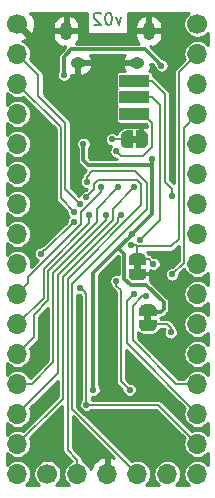
<source format=gbl>
G04 #@! TF.GenerationSoftware,KiCad,Pcbnew,(5.1.0)-1*
G04 #@! TF.CreationDate,2019-08-08T12:31:07-05:00*
G04 #@! TF.ProjectId,STM32F070_Breakout,53544d33-3246-4303-9730-5f427265616b,v02*
G04 #@! TF.SameCoordinates,Original*
G04 #@! TF.FileFunction,Copper,L2,Bot*
G04 #@! TF.FilePolarity,Positive*
%FSLAX46Y46*%
G04 Gerber Fmt 4.6, Leading zero omitted, Abs format (unit mm)*
G04 Created by KiCad (PCBNEW (5.1.0)-1) date 2019-08-08 12:31:07*
%MOMM*%
%LPD*%
G04 APERTURE LIST*
%ADD10C,0.150000*%
%ADD11C,0.100000*%
%ADD12O,1.700000X1.700000*%
%ADD13C,1.700000*%
%ADD14C,0.500000*%
%ADD15R,2.500000X1.000000*%
%ADD16O,1.250000X0.950000*%
%ADD17O,1.000000X1.550000*%
%ADD18C,0.558800*%
%ADD19C,0.304800*%
%ADD20C,0.203200*%
%ADD21C,0.254000*%
G04 APERTURE END LIST*
D10*
X137080476Y-76874714D02*
X136842380Y-77541380D01*
X136604285Y-76874714D01*
X136032857Y-76541380D02*
X135937619Y-76541380D01*
X135842380Y-76589000D01*
X135794761Y-76636619D01*
X135747142Y-76731857D01*
X135699523Y-76922333D01*
X135699523Y-77160428D01*
X135747142Y-77350904D01*
X135794761Y-77446142D01*
X135842380Y-77493761D01*
X135937619Y-77541380D01*
X136032857Y-77541380D01*
X136128095Y-77493761D01*
X136175714Y-77446142D01*
X136223333Y-77350904D01*
X136270952Y-77160428D01*
X136270952Y-76922333D01*
X136223333Y-76731857D01*
X136175714Y-76636619D01*
X136128095Y-76589000D01*
X136032857Y-76541380D01*
X135318571Y-76636619D02*
X135270952Y-76589000D01*
X135175714Y-76541380D01*
X134937619Y-76541380D01*
X134842380Y-76589000D01*
X134794761Y-76636619D01*
X134747142Y-76731857D01*
X134747142Y-76827095D01*
X134794761Y-76969952D01*
X135366190Y-77541380D01*
X134747142Y-77541380D01*
D11*
G36*
X139619000Y-102112000D02*
G01*
X139619000Y-102612000D01*
X139019000Y-102612000D01*
X139019000Y-102112000D01*
X139619000Y-102112000D01*
G37*
G36*
X138130000Y-98294000D02*
G01*
X138130000Y-97794000D01*
X138730000Y-97794000D01*
X138730000Y-98294000D01*
X138130000Y-98294000D01*
G37*
G36*
X138426000Y-87549000D02*
G01*
X137926000Y-87549000D01*
X137926000Y-86949000D01*
X138426000Y-86949000D01*
X138426000Y-87549000D01*
G37*
D12*
X140970000Y-115570000D03*
X138430000Y-115570000D03*
X135890000Y-115570000D03*
X133350000Y-115570000D03*
D13*
X130810000Y-115570000D03*
D12*
X143510000Y-115570000D03*
X143510000Y-113030000D03*
X143510000Y-110490000D03*
X143510000Y-107950000D03*
X143510000Y-105410000D03*
X143510000Y-102870000D03*
X143510000Y-100330000D03*
X143510000Y-97790000D03*
X143510000Y-95250000D03*
X143510000Y-92710000D03*
X143510000Y-90170000D03*
X143510000Y-87630000D03*
X143510000Y-85090000D03*
X143510000Y-82550000D03*
X143510000Y-80010000D03*
D13*
X143510000Y-77470000D03*
D12*
X128270000Y-115570000D03*
X128270000Y-113030000D03*
X128270000Y-110490000D03*
X128270000Y-107950000D03*
X128270000Y-105410000D03*
X128270000Y-102870000D03*
X128270000Y-100330000D03*
X128270000Y-97790000D03*
X128270000Y-95250000D03*
X128270000Y-92710000D03*
X128270000Y-90170000D03*
X128270000Y-87630000D03*
X128270000Y-85090000D03*
X128270000Y-82550000D03*
X128270000Y-80010000D03*
D13*
X128270000Y-77470000D03*
D14*
X139319000Y-103012000D03*
D11*
G36*
X140069000Y-102512000D02*
G01*
X140069000Y-103012000D01*
X140068398Y-103012000D01*
X140068398Y-103036534D01*
X140063588Y-103085365D01*
X140054016Y-103133490D01*
X140039772Y-103180445D01*
X140020995Y-103225778D01*
X139997864Y-103269051D01*
X139970604Y-103309850D01*
X139939476Y-103347779D01*
X139904779Y-103382476D01*
X139866850Y-103413604D01*
X139826051Y-103440864D01*
X139782778Y-103463995D01*
X139737445Y-103482772D01*
X139690490Y-103497016D01*
X139642365Y-103506588D01*
X139593534Y-103511398D01*
X139569000Y-103511398D01*
X139569000Y-103512000D01*
X139069000Y-103512000D01*
X139069000Y-103511398D01*
X139044466Y-103511398D01*
X138995635Y-103506588D01*
X138947510Y-103497016D01*
X138900555Y-103482772D01*
X138855222Y-103463995D01*
X138811949Y-103440864D01*
X138771150Y-103413604D01*
X138733221Y-103382476D01*
X138698524Y-103347779D01*
X138667396Y-103309850D01*
X138640136Y-103269051D01*
X138617005Y-103225778D01*
X138598228Y-103180445D01*
X138583984Y-103133490D01*
X138574412Y-103085365D01*
X138569602Y-103036534D01*
X138569602Y-103012000D01*
X138569000Y-103012000D01*
X138569000Y-102512000D01*
X140069000Y-102512000D01*
X140069000Y-102512000D01*
G37*
D14*
X139319000Y-101712000D03*
D11*
G36*
X138569602Y-101712000D02*
G01*
X138569602Y-101687466D01*
X138574412Y-101638635D01*
X138583984Y-101590510D01*
X138598228Y-101543555D01*
X138617005Y-101498222D01*
X138640136Y-101454949D01*
X138667396Y-101414150D01*
X138698524Y-101376221D01*
X138733221Y-101341524D01*
X138771150Y-101310396D01*
X138811949Y-101283136D01*
X138855222Y-101260005D01*
X138900555Y-101241228D01*
X138947510Y-101226984D01*
X138995635Y-101217412D01*
X139044466Y-101212602D01*
X139069000Y-101212602D01*
X139069000Y-101212000D01*
X139569000Y-101212000D01*
X139569000Y-101212602D01*
X139593534Y-101212602D01*
X139642365Y-101217412D01*
X139690490Y-101226984D01*
X139737445Y-101241228D01*
X139782778Y-101260005D01*
X139826051Y-101283136D01*
X139866850Y-101310396D01*
X139904779Y-101341524D01*
X139939476Y-101376221D01*
X139970604Y-101414150D01*
X139997864Y-101454949D01*
X140020995Y-101498222D01*
X140039772Y-101543555D01*
X140054016Y-101590510D01*
X140063588Y-101638635D01*
X140068398Y-101687466D01*
X140068398Y-101712000D01*
X140069000Y-101712000D01*
X140069000Y-102212000D01*
X138569000Y-102212000D01*
X138569000Y-101712000D01*
X138569602Y-101712000D01*
X138569602Y-101712000D01*
G37*
D14*
X138430000Y-98694000D03*
D11*
G36*
X139179398Y-98694000D02*
G01*
X139179398Y-98718534D01*
X139174588Y-98767365D01*
X139165016Y-98815490D01*
X139150772Y-98862445D01*
X139131995Y-98907778D01*
X139108864Y-98951051D01*
X139081604Y-98991850D01*
X139050476Y-99029779D01*
X139015779Y-99064476D01*
X138977850Y-99095604D01*
X138937051Y-99122864D01*
X138893778Y-99145995D01*
X138848445Y-99164772D01*
X138801490Y-99179016D01*
X138753365Y-99188588D01*
X138704534Y-99193398D01*
X138680000Y-99193398D01*
X138680000Y-99194000D01*
X138180000Y-99194000D01*
X138180000Y-99193398D01*
X138155466Y-99193398D01*
X138106635Y-99188588D01*
X138058510Y-99179016D01*
X138011555Y-99164772D01*
X137966222Y-99145995D01*
X137922949Y-99122864D01*
X137882150Y-99095604D01*
X137844221Y-99064476D01*
X137809524Y-99029779D01*
X137778396Y-98991850D01*
X137751136Y-98951051D01*
X137728005Y-98907778D01*
X137709228Y-98862445D01*
X137694984Y-98815490D01*
X137685412Y-98767365D01*
X137680602Y-98718534D01*
X137680602Y-98694000D01*
X137680000Y-98694000D01*
X137680000Y-98194000D01*
X139180000Y-98194000D01*
X139180000Y-98694000D01*
X139179398Y-98694000D01*
X139179398Y-98694000D01*
G37*
D14*
X138430000Y-97394000D03*
D11*
G36*
X137680000Y-97894000D02*
G01*
X137680000Y-97394000D01*
X137680602Y-97394000D01*
X137680602Y-97369466D01*
X137685412Y-97320635D01*
X137694984Y-97272510D01*
X137709228Y-97225555D01*
X137728005Y-97180222D01*
X137751136Y-97136949D01*
X137778396Y-97096150D01*
X137809524Y-97058221D01*
X137844221Y-97023524D01*
X137882150Y-96992396D01*
X137922949Y-96965136D01*
X137966222Y-96942005D01*
X138011555Y-96923228D01*
X138058510Y-96908984D01*
X138106635Y-96899412D01*
X138155466Y-96894602D01*
X138180000Y-96894602D01*
X138180000Y-96894000D01*
X138680000Y-96894000D01*
X138680000Y-96894602D01*
X138704534Y-96894602D01*
X138753365Y-96899412D01*
X138801490Y-96908984D01*
X138848445Y-96923228D01*
X138893778Y-96942005D01*
X138937051Y-96965136D01*
X138977850Y-96992396D01*
X139015779Y-97023524D01*
X139050476Y-97058221D01*
X139081604Y-97096150D01*
X139108864Y-97136949D01*
X139131995Y-97180222D01*
X139150772Y-97225555D01*
X139165016Y-97272510D01*
X139174588Y-97320635D01*
X139179398Y-97369466D01*
X139179398Y-97394000D01*
X139180000Y-97394000D01*
X139180000Y-97894000D01*
X137680000Y-97894000D01*
X137680000Y-97894000D01*
G37*
D14*
X137526000Y-87249000D03*
D11*
G36*
X138026000Y-87999000D02*
G01*
X137526000Y-87999000D01*
X137526000Y-87998398D01*
X137501466Y-87998398D01*
X137452635Y-87993588D01*
X137404510Y-87984016D01*
X137357555Y-87969772D01*
X137312222Y-87950995D01*
X137268949Y-87927864D01*
X137228150Y-87900604D01*
X137190221Y-87869476D01*
X137155524Y-87834779D01*
X137124396Y-87796850D01*
X137097136Y-87756051D01*
X137074005Y-87712778D01*
X137055228Y-87667445D01*
X137040984Y-87620490D01*
X137031412Y-87572365D01*
X137026602Y-87523534D01*
X137026602Y-87499000D01*
X137026000Y-87499000D01*
X137026000Y-86999000D01*
X137026602Y-86999000D01*
X137026602Y-86974466D01*
X137031412Y-86925635D01*
X137040984Y-86877510D01*
X137055228Y-86830555D01*
X137074005Y-86785222D01*
X137097136Y-86741949D01*
X137124396Y-86701150D01*
X137155524Y-86663221D01*
X137190221Y-86628524D01*
X137228150Y-86597396D01*
X137268949Y-86570136D01*
X137312222Y-86547005D01*
X137357555Y-86528228D01*
X137404510Y-86513984D01*
X137452635Y-86504412D01*
X137501466Y-86499602D01*
X137526000Y-86499602D01*
X137526000Y-86499000D01*
X138026000Y-86499000D01*
X138026000Y-87999000D01*
X138026000Y-87999000D01*
G37*
D14*
X138826000Y-87249000D03*
D11*
G36*
X138826000Y-86499602D02*
G01*
X138850534Y-86499602D01*
X138899365Y-86504412D01*
X138947490Y-86513984D01*
X138994445Y-86528228D01*
X139039778Y-86547005D01*
X139083051Y-86570136D01*
X139123850Y-86597396D01*
X139161779Y-86628524D01*
X139196476Y-86663221D01*
X139227604Y-86701150D01*
X139254864Y-86741949D01*
X139277995Y-86785222D01*
X139296772Y-86830555D01*
X139311016Y-86877510D01*
X139320588Y-86925635D01*
X139325398Y-86974466D01*
X139325398Y-86999000D01*
X139326000Y-86999000D01*
X139326000Y-87499000D01*
X139325398Y-87499000D01*
X139325398Y-87523534D01*
X139320588Y-87572365D01*
X139311016Y-87620490D01*
X139296772Y-87667445D01*
X139277995Y-87712778D01*
X139254864Y-87756051D01*
X139227604Y-87796850D01*
X139196476Y-87834779D01*
X139161779Y-87869476D01*
X139123850Y-87900604D01*
X139083051Y-87927864D01*
X139039778Y-87950995D01*
X138994445Y-87969772D01*
X138947490Y-87984016D01*
X138899365Y-87993588D01*
X138850534Y-87998398D01*
X138826000Y-87998398D01*
X138826000Y-87999000D01*
X138326000Y-87999000D01*
X138326000Y-86499000D01*
X138826000Y-86499000D01*
X138826000Y-86499602D01*
X138826000Y-86499602D01*
G37*
D15*
X138176000Y-85090000D03*
X138176000Y-83693000D03*
X138176000Y-82296000D03*
D16*
X133390000Y-80772000D03*
X138390000Y-80772000D03*
D17*
X139390000Y-78072000D03*
X132390000Y-78072000D03*
D18*
X141351000Y-90576400D03*
X129921000Y-85750400D03*
X131064000Y-83693000D03*
X133731000Y-86233000D03*
X130683000Y-101955600D03*
X129438400Y-97002600D03*
X136413036Y-100406200D03*
X135890000Y-108458000D03*
X142240000Y-106680000D03*
X141351000Y-86868000D03*
X133095990Y-88265000D03*
X142036800Y-110159800D03*
X129794000Y-106680000D03*
X129921000Y-110134400D03*
X129895600Y-112674400D03*
X138277600Y-113893600D03*
X140970000Y-113919000D03*
X139979400Y-104267000D03*
X141351000Y-80899000D03*
X142240000Y-104140000D03*
X131876800Y-113080800D03*
X136144000Y-86106000D03*
X141351000Y-98679000D03*
X139776200Y-97790000D03*
X137922000Y-96236913D03*
X132207000Y-81788000D03*
X140462000Y-81000584D03*
X134696182Y-108458000D03*
X133858000Y-87630000D03*
X137954100Y-95282100D03*
X139700000Y-88900000D03*
X137769712Y-108458000D03*
X136652000Y-99237790D03*
X136271000Y-87249000D03*
X141256099Y-103599915D03*
X138176000Y-100330000D03*
X139192000Y-100542336D03*
X133553200Y-92710000D03*
X133045200Y-93370400D03*
X135382000Y-91313000D03*
X134340600Y-93649800D03*
X136779000Y-91313000D03*
X135737600Y-93649800D03*
X138150600Y-91313000D03*
X137033000Y-93649800D03*
X134086600Y-92151200D03*
X134137400Y-90830400D03*
X130251200Y-96926400D03*
X133045200Y-94208600D03*
X134111982Y-109728000D03*
X133585358Y-99828377D03*
X136652000Y-88265000D03*
X141351000Y-92075000D03*
X138684000Y-95732600D03*
D19*
X142240000Y-106680000D02*
X142240000Y-104140000D01*
X139842000Y-98694000D02*
X138430000Y-98694000D01*
X142240000Y-101092000D02*
X139842000Y-98694000D01*
X142240000Y-104140000D02*
X142240000Y-101092000D01*
D20*
X142341600Y-86258400D02*
X143510000Y-85090000D01*
X141351000Y-98679000D02*
X142341600Y-97688400D01*
X142341600Y-97688400D02*
X142341600Y-86258400D01*
X138572000Y-97790000D02*
X138430000Y-97648000D01*
X137910197Y-96236913D02*
X137922000Y-96236913D01*
X137901555Y-96245555D02*
X137910197Y-96236913D01*
X137922000Y-96225110D02*
X137901555Y-96245555D01*
X139380200Y-97394000D02*
X139776200Y-97790000D01*
X138430000Y-97394000D02*
X139380200Y-97394000D01*
X141935200Y-81584800D02*
X143510000Y-80010000D01*
X141935200Y-95681800D02*
X141935200Y-81584800D01*
X141300198Y-96316802D02*
X141935200Y-95681800D01*
X138403584Y-96316802D02*
X141300198Y-96316802D01*
X138323695Y-96236913D02*
X138403584Y-96316802D01*
X137922000Y-96236913D02*
X138323695Y-96236913D01*
X138430000Y-96343218D02*
X138403584Y-96316802D01*
X138430000Y-97394000D02*
X138430000Y-96343218D01*
D19*
X140182601Y-80721185D02*
X140462000Y-81000584D01*
X139090416Y-79629000D02*
X140182601Y-80721185D01*
X132842000Y-79629000D02*
X139090416Y-79629000D01*
X132207000Y-81788000D02*
X132207000Y-80264000D01*
X132207000Y-80264000D02*
X132842000Y-79629000D01*
X134696182Y-108458000D02*
X134696182Y-98540002D01*
X134696182Y-98540002D02*
X135668092Y-97568092D01*
X137674701Y-95561499D02*
X137954100Y-95282100D01*
X135668092Y-97568092D02*
X135668108Y-97568092D01*
X135668108Y-97568092D02*
X136811100Y-96425100D01*
X136811100Y-96425100D02*
X137674701Y-95561499D01*
X133858000Y-88138000D02*
X133858000Y-87630000D01*
X133858000Y-89027000D02*
X133858000Y-88138000D01*
X139700000Y-89408000D02*
X134239000Y-89408000D01*
X134239000Y-89408000D02*
X133858000Y-89027000D01*
X139700000Y-88900000D02*
X139700000Y-89408000D01*
X139588000Y-101854000D02*
X139446000Y-101712000D01*
X137324390Y-99045002D02*
X137324390Y-96938390D01*
X137847388Y-99568000D02*
X137324390Y-99045002D01*
X139166600Y-99568000D02*
X137847388Y-99568000D01*
X139319000Y-101712000D02*
X139329400Y-101712000D01*
X137324390Y-96938390D02*
X136811100Y-96425100D01*
X139329400Y-101712000D02*
X139471400Y-101854000D01*
X139471400Y-101854000D02*
X140411200Y-101854000D01*
X140639800Y-101625400D02*
X140639800Y-101041200D01*
X140411200Y-101854000D02*
X140639800Y-101625400D01*
X140639800Y-101041200D02*
X139166600Y-99568000D01*
X139700000Y-90512811D02*
X139700000Y-89408000D01*
X139700000Y-93536200D02*
X139700000Y-90512811D01*
X137954100Y-95282100D02*
X139700000Y-93536200D01*
D20*
X136652000Y-99632921D02*
X136652000Y-99237790D01*
X137033000Y-100013921D02*
X136652000Y-99632921D01*
X137769712Y-108458000D02*
X137033000Y-107721288D01*
X137033000Y-107721288D02*
X137033000Y-100013921D01*
X137526000Y-87249000D02*
X136271000Y-87249000D01*
X139446000Y-103012000D02*
X139588000Y-102870000D01*
X141256099Y-103204784D02*
X141256099Y-103599915D01*
X140921315Y-102870000D02*
X141256099Y-103204784D01*
X139471400Y-102870000D02*
X140921315Y-102870000D01*
X139319000Y-103012000D02*
X139329400Y-103012000D01*
X139329400Y-103012000D02*
X139471400Y-102870000D01*
X137541000Y-100965000D02*
X138176000Y-100330000D01*
X143510000Y-110490000D02*
X137541000Y-104521000D01*
X137541000Y-104521000D02*
X137541000Y-100965000D01*
X141732000Y-107950000D02*
X143510000Y-107950000D01*
X138049000Y-104267000D02*
X141732000Y-107950000D01*
X138049000Y-101346000D02*
X138049000Y-104267000D01*
X139192000Y-100542336D02*
X138852664Y-100542336D01*
X138852664Y-100542336D02*
X138049000Y-101346000D01*
X130048000Y-81788000D02*
X128270000Y-80010000D01*
X130048000Y-83566000D02*
X130048000Y-81788000D01*
X132334000Y-85852000D02*
X130048000Y-83566000D01*
X132333999Y-91490799D02*
X132334000Y-85852000D01*
X133553200Y-92710000D02*
X132333999Y-91490799D01*
X128270000Y-82550000D02*
X131927589Y-86207589D01*
X131927589Y-92252789D02*
X133045200Y-93370400D01*
X131927589Y-86207589D02*
X131927589Y-92252789D01*
X133654800Y-93435331D02*
X135382000Y-91708131D01*
X133654800Y-94449651D02*
X133654800Y-93435331D01*
X129159000Y-98945451D02*
X133654800Y-94449651D01*
X129159000Y-99441000D02*
X129159000Y-98945451D01*
X135382000Y-91708131D02*
X135382000Y-91313000D01*
X128270000Y-100330000D02*
X129159000Y-99441000D01*
X134340600Y-94044931D02*
X134340600Y-93649800D01*
X134340600Y-94338602D02*
X134340600Y-94044931D01*
X130479811Y-98199391D02*
X134340600Y-94338602D01*
X128270000Y-102870000D02*
X130479811Y-100660189D01*
X130479811Y-100660189D02*
X130479811Y-98199391D01*
X129692400Y-103987600D02*
X129692400Y-102082600D01*
X128270000Y-105410000D02*
X129692400Y-103987600D01*
X129692400Y-102082600D02*
X130886222Y-100888778D01*
X130886222Y-100888778D02*
X130886222Y-98367731D01*
X130886222Y-98367731D02*
X134975600Y-94278353D01*
X134975600Y-93116400D02*
X136779000Y-91313000D01*
X134975600Y-94278353D02*
X134975600Y-93116400D01*
X128270000Y-107950000D02*
X129472081Y-107950000D01*
X129472081Y-107950000D02*
X131292633Y-106129448D01*
X131292633Y-106129448D02*
X131292633Y-98536071D01*
X131292633Y-98536071D02*
X135737600Y-94091104D01*
X135737600Y-94091104D02*
X135737600Y-93649800D01*
X128270000Y-110490000D02*
X131699044Y-107060956D01*
X131699044Y-107060956D02*
X131699044Y-98704411D01*
X131699044Y-98704411D02*
X136321801Y-94081654D01*
X136321801Y-93141799D02*
X138150600Y-91313000D01*
X136321801Y-94081654D02*
X136321801Y-93141799D01*
X136753601Y-93929199D02*
X137033000Y-93649800D01*
X136753601Y-94224604D02*
X136753601Y-93929199D01*
X132105455Y-98872750D02*
X136753601Y-94224604D01*
X132105455Y-109194545D02*
X132105455Y-98872750D01*
X128270000Y-113030000D02*
X132105455Y-109194545D01*
X134112000Y-92151200D02*
X134085586Y-92151200D01*
X135126982Y-90703400D02*
X134772391Y-91057991D01*
X134772391Y-91465409D02*
X134086600Y-92151200D01*
X138405618Y-90703400D02*
X135126982Y-90703400D01*
X133350000Y-115570000D02*
X133350000Y-114367919D01*
X132511866Y-113529785D02*
X132511865Y-99041090D01*
X134772391Y-91057991D02*
X134772391Y-91465409D01*
X132511865Y-99041090D02*
X138760200Y-92792755D01*
X138760200Y-92792755D02*
X138760200Y-91057982D01*
X133350000Y-114367919D02*
X132511866Y-113529785D01*
X138760200Y-91057982D02*
X138405618Y-90703400D01*
X132918277Y-110058277D02*
X138430000Y-115570000D01*
X132918277Y-99491723D02*
X132918277Y-110058277D01*
X134137400Y-90435269D02*
X134605189Y-89967480D01*
X134137400Y-90830400D02*
X134137400Y-90435269D01*
X138244448Y-89967480D02*
X134605189Y-89967480D01*
X139242790Y-90965822D02*
X138244448Y-89967480D01*
X139242790Y-93167210D02*
X139242790Y-90965822D01*
X132918277Y-99491723D02*
X139242790Y-93167210D01*
X132969474Y-94208126D02*
X133070126Y-94208126D01*
X132969000Y-94208600D02*
X133045200Y-94208600D01*
X130556000Y-96621600D02*
X130251200Y-96926400D01*
X133045200Y-94208600D02*
X130632200Y-96621600D01*
X130632200Y-96621600D02*
X130556000Y-96621600D01*
X133864757Y-100107776D02*
X133585358Y-99828377D01*
X134111982Y-100355001D02*
X133864757Y-100107776D01*
X134111982Y-109728000D02*
X134111982Y-100355001D01*
X140208000Y-109728000D02*
X134111982Y-109728000D01*
X143510000Y-113030000D02*
X140208000Y-109728000D01*
X138926000Y-85090000D02*
X138176000Y-85090000D01*
X139700000Y-85864000D02*
X138926000Y-85090000D01*
X139700000Y-87884000D02*
X139700000Y-85864000D01*
X138938000Y-88646000D02*
X139700000Y-87884000D01*
X136652000Y-88265000D02*
X137033000Y-88646000D01*
X137033000Y-88646000D02*
X138938000Y-88646000D01*
X139629200Y-82296000D02*
X138176000Y-82296000D01*
X140766800Y-83433600D02*
X139629200Y-82296000D01*
X140766800Y-90856818D02*
X140766800Y-83433600D01*
X141351000Y-91441018D02*
X140766800Y-90856818D01*
X141351000Y-92075000D02*
X141351000Y-91441018D01*
X140360390Y-94056210D02*
X140360390Y-84353410D01*
X138684000Y-95732600D02*
X140360390Y-94056210D01*
X139699980Y-83693000D02*
X138176000Y-83693000D01*
X140360390Y-84353410D02*
X139699980Y-83693000D01*
D21*
G36*
X132080067Y-113508565D02*
G01*
X132077977Y-113529785D01*
X132086314Y-113614432D01*
X132108891Y-113688856D01*
X132111006Y-113695827D01*
X132151101Y-113770841D01*
X132205061Y-113836591D01*
X132221540Y-113850115D01*
X132863336Y-114491913D01*
X132691144Y-114583952D01*
X132511435Y-114731435D01*
X132363952Y-114911144D01*
X132254362Y-115116172D01*
X132186877Y-115338640D01*
X132164090Y-115570000D01*
X132186877Y-115801360D01*
X132254362Y-116023828D01*
X132363952Y-116228856D01*
X132511435Y-116408565D01*
X132604328Y-116484800D01*
X131564254Y-116484800D01*
X131726721Y-116322333D01*
X131855879Y-116129034D01*
X131944845Y-115914252D01*
X131990200Y-115686240D01*
X131990200Y-115453760D01*
X131944845Y-115225748D01*
X131855879Y-115010966D01*
X131726721Y-114817667D01*
X131562333Y-114653279D01*
X131369034Y-114524121D01*
X131154252Y-114435155D01*
X130926240Y-114389800D01*
X130693760Y-114389800D01*
X130465748Y-114435155D01*
X130250966Y-114524121D01*
X130057667Y-114653279D01*
X129893279Y-114817667D01*
X129764121Y-115010966D01*
X129675155Y-115225748D01*
X129629800Y-115453760D01*
X129629800Y-115686240D01*
X129675155Y-115914252D01*
X129764121Y-116129034D01*
X129893279Y-116322333D01*
X130055746Y-116484800D01*
X129015672Y-116484800D01*
X129108565Y-116408565D01*
X129256048Y-116228856D01*
X129365638Y-116023828D01*
X129433123Y-115801360D01*
X129455910Y-115570000D01*
X129433123Y-115338640D01*
X129365638Y-115116172D01*
X129256048Y-114911144D01*
X129108565Y-114731435D01*
X128928856Y-114583952D01*
X128723828Y-114474362D01*
X128501360Y-114406877D01*
X128327975Y-114389800D01*
X128212025Y-114389800D01*
X128038640Y-114406877D01*
X127816172Y-114474362D01*
X127611144Y-114583952D01*
X127431435Y-114731435D01*
X127355200Y-114824328D01*
X127355200Y-113775672D01*
X127431435Y-113868565D01*
X127611144Y-114016048D01*
X127816172Y-114125638D01*
X128038640Y-114193123D01*
X128212025Y-114210200D01*
X128327975Y-114210200D01*
X128501360Y-114193123D01*
X128723828Y-114125638D01*
X128928856Y-114016048D01*
X129108565Y-113868565D01*
X129256048Y-113688856D01*
X129365638Y-113483828D01*
X129433123Y-113261360D01*
X129455910Y-113030000D01*
X129433123Y-112798640D01*
X129365638Y-112576172D01*
X129354786Y-112555870D01*
X132080066Y-109830591D01*
X132080067Y-113508565D01*
X132080067Y-113508565D01*
G37*
X132080067Y-113508565D02*
X132077977Y-113529785D01*
X132086314Y-113614432D01*
X132108891Y-113688856D01*
X132111006Y-113695827D01*
X132151101Y-113770841D01*
X132205061Y-113836591D01*
X132221540Y-113850115D01*
X132863336Y-114491913D01*
X132691144Y-114583952D01*
X132511435Y-114731435D01*
X132363952Y-114911144D01*
X132254362Y-115116172D01*
X132186877Y-115338640D01*
X132164090Y-115570000D01*
X132186877Y-115801360D01*
X132254362Y-116023828D01*
X132363952Y-116228856D01*
X132511435Y-116408565D01*
X132604328Y-116484800D01*
X131564254Y-116484800D01*
X131726721Y-116322333D01*
X131855879Y-116129034D01*
X131944845Y-115914252D01*
X131990200Y-115686240D01*
X131990200Y-115453760D01*
X131944845Y-115225748D01*
X131855879Y-115010966D01*
X131726721Y-114817667D01*
X131562333Y-114653279D01*
X131369034Y-114524121D01*
X131154252Y-114435155D01*
X130926240Y-114389800D01*
X130693760Y-114389800D01*
X130465748Y-114435155D01*
X130250966Y-114524121D01*
X130057667Y-114653279D01*
X129893279Y-114817667D01*
X129764121Y-115010966D01*
X129675155Y-115225748D01*
X129629800Y-115453760D01*
X129629800Y-115686240D01*
X129675155Y-115914252D01*
X129764121Y-116129034D01*
X129893279Y-116322333D01*
X130055746Y-116484800D01*
X129015672Y-116484800D01*
X129108565Y-116408565D01*
X129256048Y-116228856D01*
X129365638Y-116023828D01*
X129433123Y-115801360D01*
X129455910Y-115570000D01*
X129433123Y-115338640D01*
X129365638Y-115116172D01*
X129256048Y-114911144D01*
X129108565Y-114731435D01*
X128928856Y-114583952D01*
X128723828Y-114474362D01*
X128501360Y-114406877D01*
X128327975Y-114389800D01*
X128212025Y-114389800D01*
X128038640Y-114406877D01*
X127816172Y-114474362D01*
X127611144Y-114583952D01*
X127431435Y-114731435D01*
X127355200Y-114824328D01*
X127355200Y-113775672D01*
X127431435Y-113868565D01*
X127611144Y-114016048D01*
X127816172Y-114125638D01*
X128038640Y-114193123D01*
X128212025Y-114210200D01*
X128327975Y-114210200D01*
X128501360Y-114193123D01*
X128723828Y-114125638D01*
X128928856Y-114016048D01*
X129108565Y-113868565D01*
X129256048Y-113688856D01*
X129365638Y-113483828D01*
X129433123Y-113261360D01*
X129455910Y-113030000D01*
X129433123Y-112798640D01*
X129365638Y-112576172D01*
X129354786Y-112555870D01*
X132080066Y-109830591D01*
X132080067Y-113508565D01*
G36*
X133407544Y-100414551D02*
G01*
X133525318Y-100437977D01*
X133584302Y-100437977D01*
X133680183Y-100533858D01*
X133680182Y-109297694D01*
X133638474Y-109339402D01*
X133571761Y-109439246D01*
X133525808Y-109550186D01*
X133502382Y-109667960D01*
X133502382Y-109788040D01*
X133525808Y-109905814D01*
X133571761Y-110016754D01*
X133638474Y-110116598D01*
X133723384Y-110201508D01*
X133823228Y-110268221D01*
X133934168Y-110314174D01*
X134051942Y-110337600D01*
X134172022Y-110337600D01*
X134289796Y-110314174D01*
X134400736Y-110268221D01*
X134500580Y-110201508D01*
X134542288Y-110159800D01*
X140029144Y-110159800D01*
X142425213Y-112555871D01*
X142414362Y-112576172D01*
X142346877Y-112798640D01*
X142324090Y-113030000D01*
X142346877Y-113261360D01*
X142414362Y-113483828D01*
X142523952Y-113688856D01*
X142671435Y-113868565D01*
X142851144Y-114016048D01*
X143056172Y-114125638D01*
X143278640Y-114193123D01*
X143452025Y-114210200D01*
X143567975Y-114210200D01*
X143741360Y-114193123D01*
X143963828Y-114125638D01*
X144168856Y-114016048D01*
X144348565Y-113868565D01*
X144424801Y-113775671D01*
X144424801Y-114824329D01*
X144348565Y-114731435D01*
X144168856Y-114583952D01*
X143963828Y-114474362D01*
X143741360Y-114406877D01*
X143567975Y-114389800D01*
X143452025Y-114389800D01*
X143278640Y-114406877D01*
X143056172Y-114474362D01*
X142851144Y-114583952D01*
X142671435Y-114731435D01*
X142523952Y-114911144D01*
X142414362Y-115116172D01*
X142346877Y-115338640D01*
X142324090Y-115570000D01*
X142346877Y-115801360D01*
X142414362Y-116023828D01*
X142523952Y-116228856D01*
X142671435Y-116408565D01*
X142764328Y-116484800D01*
X141715672Y-116484800D01*
X141808565Y-116408565D01*
X141956048Y-116228856D01*
X142065638Y-116023828D01*
X142133123Y-115801360D01*
X142155910Y-115570000D01*
X142133123Y-115338640D01*
X142065638Y-115116172D01*
X141956048Y-114911144D01*
X141808565Y-114731435D01*
X141628856Y-114583952D01*
X141423828Y-114474362D01*
X141201360Y-114406877D01*
X141027975Y-114389800D01*
X140912025Y-114389800D01*
X140738640Y-114406877D01*
X140516172Y-114474362D01*
X140311144Y-114583952D01*
X140131435Y-114731435D01*
X139983952Y-114911144D01*
X139874362Y-115116172D01*
X139806877Y-115338640D01*
X139784090Y-115570000D01*
X139806877Y-115801360D01*
X139874362Y-116023828D01*
X139983952Y-116228856D01*
X140131435Y-116408565D01*
X140224328Y-116484800D01*
X139175672Y-116484800D01*
X139268565Y-116408565D01*
X139416048Y-116228856D01*
X139525638Y-116023828D01*
X139593123Y-115801360D01*
X139615910Y-115570000D01*
X139593123Y-115338640D01*
X139525638Y-115116172D01*
X139416048Y-114911144D01*
X139268565Y-114731435D01*
X139088856Y-114583952D01*
X138883828Y-114474362D01*
X138661360Y-114406877D01*
X138487975Y-114389800D01*
X138372025Y-114389800D01*
X138198640Y-114406877D01*
X137976172Y-114474362D01*
X137955871Y-114485213D01*
X133350077Y-109879421D01*
X133350077Y-100390747D01*
X133407544Y-100414551D01*
X133407544Y-100414551D01*
G37*
X133407544Y-100414551D02*
X133525318Y-100437977D01*
X133584302Y-100437977D01*
X133680183Y-100533858D01*
X133680182Y-109297694D01*
X133638474Y-109339402D01*
X133571761Y-109439246D01*
X133525808Y-109550186D01*
X133502382Y-109667960D01*
X133502382Y-109788040D01*
X133525808Y-109905814D01*
X133571761Y-110016754D01*
X133638474Y-110116598D01*
X133723384Y-110201508D01*
X133823228Y-110268221D01*
X133934168Y-110314174D01*
X134051942Y-110337600D01*
X134172022Y-110337600D01*
X134289796Y-110314174D01*
X134400736Y-110268221D01*
X134500580Y-110201508D01*
X134542288Y-110159800D01*
X140029144Y-110159800D01*
X142425213Y-112555871D01*
X142414362Y-112576172D01*
X142346877Y-112798640D01*
X142324090Y-113030000D01*
X142346877Y-113261360D01*
X142414362Y-113483828D01*
X142523952Y-113688856D01*
X142671435Y-113868565D01*
X142851144Y-114016048D01*
X143056172Y-114125638D01*
X143278640Y-114193123D01*
X143452025Y-114210200D01*
X143567975Y-114210200D01*
X143741360Y-114193123D01*
X143963828Y-114125638D01*
X144168856Y-114016048D01*
X144348565Y-113868565D01*
X144424801Y-113775671D01*
X144424801Y-114824329D01*
X144348565Y-114731435D01*
X144168856Y-114583952D01*
X143963828Y-114474362D01*
X143741360Y-114406877D01*
X143567975Y-114389800D01*
X143452025Y-114389800D01*
X143278640Y-114406877D01*
X143056172Y-114474362D01*
X142851144Y-114583952D01*
X142671435Y-114731435D01*
X142523952Y-114911144D01*
X142414362Y-115116172D01*
X142346877Y-115338640D01*
X142324090Y-115570000D01*
X142346877Y-115801360D01*
X142414362Y-116023828D01*
X142523952Y-116228856D01*
X142671435Y-116408565D01*
X142764328Y-116484800D01*
X141715672Y-116484800D01*
X141808565Y-116408565D01*
X141956048Y-116228856D01*
X142065638Y-116023828D01*
X142133123Y-115801360D01*
X142155910Y-115570000D01*
X142133123Y-115338640D01*
X142065638Y-115116172D01*
X141956048Y-114911144D01*
X141808565Y-114731435D01*
X141628856Y-114583952D01*
X141423828Y-114474362D01*
X141201360Y-114406877D01*
X141027975Y-114389800D01*
X140912025Y-114389800D01*
X140738640Y-114406877D01*
X140516172Y-114474362D01*
X140311144Y-114583952D01*
X140131435Y-114731435D01*
X139983952Y-114911144D01*
X139874362Y-115116172D01*
X139806877Y-115338640D01*
X139784090Y-115570000D01*
X139806877Y-115801360D01*
X139874362Y-116023828D01*
X139983952Y-116228856D01*
X140131435Y-116408565D01*
X140224328Y-116484800D01*
X139175672Y-116484800D01*
X139268565Y-116408565D01*
X139416048Y-116228856D01*
X139525638Y-116023828D01*
X139593123Y-115801360D01*
X139615910Y-115570000D01*
X139593123Y-115338640D01*
X139525638Y-115116172D01*
X139416048Y-114911144D01*
X139268565Y-114731435D01*
X139088856Y-114583952D01*
X138883828Y-114474362D01*
X138661360Y-114406877D01*
X138487975Y-114389800D01*
X138372025Y-114389800D01*
X138198640Y-114406877D01*
X137976172Y-114474362D01*
X137955871Y-114485213D01*
X133350077Y-109879421D01*
X133350077Y-100390747D01*
X133407544Y-100414551D01*
G36*
X136448365Y-114199022D02*
G01*
X136394099Y-114173175D01*
X136246890Y-114128524D01*
X136017000Y-114249845D01*
X136017000Y-115443000D01*
X136037000Y-115443000D01*
X136037000Y-115697000D01*
X136017000Y-115697000D01*
X136017000Y-115717000D01*
X135763000Y-115717000D01*
X135763000Y-115697000D01*
X135743000Y-115697000D01*
X135743000Y-115443000D01*
X135763000Y-115443000D01*
X135763000Y-114249845D01*
X135533110Y-114128524D01*
X135385901Y-114173175D01*
X135123080Y-114298359D01*
X134889731Y-114472412D01*
X134694822Y-114688645D01*
X134545843Y-114938748D01*
X134462817Y-115172803D01*
X134445638Y-115116172D01*
X134336048Y-114911144D01*
X134188565Y-114731435D01*
X134008856Y-114583952D01*
X133803828Y-114474362D01*
X133781800Y-114467680D01*
X133781800Y-114389121D01*
X133783888Y-114367918D01*
X133781800Y-114346715D01*
X133781800Y-114346709D01*
X133775552Y-114283271D01*
X133750861Y-114201877D01*
X133710766Y-114126863D01*
X133656806Y-114061113D01*
X133640332Y-114047593D01*
X132943666Y-113350929D01*
X132943666Y-110694322D01*
X136448365Y-114199022D01*
X136448365Y-114199022D01*
G37*
X136448365Y-114199022D02*
X136394099Y-114173175D01*
X136246890Y-114128524D01*
X136017000Y-114249845D01*
X136017000Y-115443000D01*
X136037000Y-115443000D01*
X136037000Y-115697000D01*
X136017000Y-115697000D01*
X136017000Y-115717000D01*
X135763000Y-115717000D01*
X135763000Y-115697000D01*
X135743000Y-115697000D01*
X135743000Y-115443000D01*
X135763000Y-115443000D01*
X135763000Y-114249845D01*
X135533110Y-114128524D01*
X135385901Y-114173175D01*
X135123080Y-114298359D01*
X134889731Y-114472412D01*
X134694822Y-114688645D01*
X134545843Y-114938748D01*
X134462817Y-115172803D01*
X134445638Y-115116172D01*
X134336048Y-114911144D01*
X134188565Y-114731435D01*
X134008856Y-114583952D01*
X133803828Y-114474362D01*
X133781800Y-114467680D01*
X133781800Y-114389121D01*
X133783888Y-114367918D01*
X133781800Y-114346715D01*
X133781800Y-114346709D01*
X133775552Y-114283271D01*
X133750861Y-114201877D01*
X133710766Y-114126863D01*
X133656806Y-114061113D01*
X133640332Y-114047593D01*
X132943666Y-113350929D01*
X132943666Y-110694322D01*
X136448365Y-114199022D01*
G36*
X136841791Y-97138291D02*
G01*
X136841790Y-98656577D01*
X136829814Y-98651616D01*
X136712040Y-98628190D01*
X136591960Y-98628190D01*
X136474186Y-98651616D01*
X136363246Y-98697569D01*
X136263402Y-98764282D01*
X136178492Y-98849192D01*
X136111779Y-98949036D01*
X136065826Y-99059976D01*
X136042400Y-99177750D01*
X136042400Y-99297830D01*
X136065826Y-99415604D01*
X136111779Y-99526544D01*
X136178492Y-99626388D01*
X136221726Y-99669622D01*
X136226448Y-99717568D01*
X136251139Y-99798962D01*
X136291234Y-99873976D01*
X136345194Y-99939727D01*
X136361678Y-99953255D01*
X136601201Y-100192779D01*
X136601200Y-107700078D01*
X136599111Y-107721288D01*
X136601200Y-107742497D01*
X136607448Y-107805935D01*
X136632139Y-107887329D01*
X136672234Y-107962343D01*
X136726194Y-108028094D01*
X136742678Y-108041623D01*
X137160112Y-108459057D01*
X137160112Y-108518040D01*
X137183538Y-108635814D01*
X137229491Y-108746754D01*
X137296204Y-108846598D01*
X137381114Y-108931508D01*
X137480958Y-108998221D01*
X137591898Y-109044174D01*
X137709672Y-109067600D01*
X137829752Y-109067600D01*
X137947526Y-109044174D01*
X138058466Y-108998221D01*
X138158310Y-108931508D01*
X138243220Y-108846598D01*
X138309933Y-108746754D01*
X138355886Y-108635814D01*
X138379312Y-108518040D01*
X138379312Y-108397960D01*
X138355886Y-108280186D01*
X138309933Y-108169246D01*
X138243220Y-108069402D01*
X138158310Y-107984492D01*
X138058466Y-107917779D01*
X137947526Y-107871826D01*
X137829752Y-107848400D01*
X137770769Y-107848400D01*
X137464800Y-107542432D01*
X137464800Y-105055456D01*
X142425213Y-110015870D01*
X142414362Y-110036172D01*
X142346877Y-110258640D01*
X142324090Y-110490000D01*
X142346877Y-110721360D01*
X142414362Y-110943828D01*
X142523952Y-111148856D01*
X142671435Y-111328565D01*
X142851144Y-111476048D01*
X143056172Y-111585638D01*
X143278640Y-111653123D01*
X143452025Y-111670200D01*
X143567975Y-111670200D01*
X143741360Y-111653123D01*
X143963828Y-111585638D01*
X144168856Y-111476048D01*
X144348565Y-111328565D01*
X144424801Y-111235671D01*
X144424801Y-112284329D01*
X144348565Y-112191435D01*
X144168856Y-112043952D01*
X143963828Y-111934362D01*
X143741360Y-111866877D01*
X143567975Y-111849800D01*
X143452025Y-111849800D01*
X143278640Y-111866877D01*
X143056172Y-111934362D01*
X143035871Y-111945213D01*
X140528335Y-109437679D01*
X140514806Y-109421194D01*
X140449056Y-109367234D01*
X140374042Y-109327139D01*
X140292648Y-109302448D01*
X140229210Y-109296200D01*
X140208000Y-109294111D01*
X140186790Y-109296200D01*
X134543782Y-109296200D01*
X134543782Y-109049229D01*
X134636142Y-109067600D01*
X134756222Y-109067600D01*
X134873996Y-109044174D01*
X134984936Y-108998221D01*
X135084780Y-108931508D01*
X135169690Y-108846598D01*
X135236403Y-108746754D01*
X135282356Y-108635814D01*
X135305782Y-108518040D01*
X135305782Y-108397960D01*
X135282356Y-108280186D01*
X135236403Y-108169246D01*
X135178782Y-108083009D01*
X135178782Y-98739901D01*
X135992501Y-97926182D01*
X136011009Y-97910993D01*
X136026125Y-97892574D01*
X136811100Y-97107600D01*
X136841791Y-97138291D01*
X136841791Y-97138291D01*
G37*
X136841791Y-97138291D02*
X136841790Y-98656577D01*
X136829814Y-98651616D01*
X136712040Y-98628190D01*
X136591960Y-98628190D01*
X136474186Y-98651616D01*
X136363246Y-98697569D01*
X136263402Y-98764282D01*
X136178492Y-98849192D01*
X136111779Y-98949036D01*
X136065826Y-99059976D01*
X136042400Y-99177750D01*
X136042400Y-99297830D01*
X136065826Y-99415604D01*
X136111779Y-99526544D01*
X136178492Y-99626388D01*
X136221726Y-99669622D01*
X136226448Y-99717568D01*
X136251139Y-99798962D01*
X136291234Y-99873976D01*
X136345194Y-99939727D01*
X136361678Y-99953255D01*
X136601201Y-100192779D01*
X136601200Y-107700078D01*
X136599111Y-107721288D01*
X136601200Y-107742497D01*
X136607448Y-107805935D01*
X136632139Y-107887329D01*
X136672234Y-107962343D01*
X136726194Y-108028094D01*
X136742678Y-108041623D01*
X137160112Y-108459057D01*
X137160112Y-108518040D01*
X137183538Y-108635814D01*
X137229491Y-108746754D01*
X137296204Y-108846598D01*
X137381114Y-108931508D01*
X137480958Y-108998221D01*
X137591898Y-109044174D01*
X137709672Y-109067600D01*
X137829752Y-109067600D01*
X137947526Y-109044174D01*
X138058466Y-108998221D01*
X138158310Y-108931508D01*
X138243220Y-108846598D01*
X138309933Y-108746754D01*
X138355886Y-108635814D01*
X138379312Y-108518040D01*
X138379312Y-108397960D01*
X138355886Y-108280186D01*
X138309933Y-108169246D01*
X138243220Y-108069402D01*
X138158310Y-107984492D01*
X138058466Y-107917779D01*
X137947526Y-107871826D01*
X137829752Y-107848400D01*
X137770769Y-107848400D01*
X137464800Y-107542432D01*
X137464800Y-105055456D01*
X142425213Y-110015870D01*
X142414362Y-110036172D01*
X142346877Y-110258640D01*
X142324090Y-110490000D01*
X142346877Y-110721360D01*
X142414362Y-110943828D01*
X142523952Y-111148856D01*
X142671435Y-111328565D01*
X142851144Y-111476048D01*
X143056172Y-111585638D01*
X143278640Y-111653123D01*
X143452025Y-111670200D01*
X143567975Y-111670200D01*
X143741360Y-111653123D01*
X143963828Y-111585638D01*
X144168856Y-111476048D01*
X144348565Y-111328565D01*
X144424801Y-111235671D01*
X144424801Y-112284329D01*
X144348565Y-112191435D01*
X144168856Y-112043952D01*
X143963828Y-111934362D01*
X143741360Y-111866877D01*
X143567975Y-111849800D01*
X143452025Y-111849800D01*
X143278640Y-111866877D01*
X143056172Y-111934362D01*
X143035871Y-111945213D01*
X140528335Y-109437679D01*
X140514806Y-109421194D01*
X140449056Y-109367234D01*
X140374042Y-109327139D01*
X140292648Y-109302448D01*
X140229210Y-109296200D01*
X140208000Y-109294111D01*
X140186790Y-109296200D01*
X134543782Y-109296200D01*
X134543782Y-109049229D01*
X134636142Y-109067600D01*
X134756222Y-109067600D01*
X134873996Y-109044174D01*
X134984936Y-108998221D01*
X135084780Y-108931508D01*
X135169690Y-108846598D01*
X135236403Y-108746754D01*
X135282356Y-108635814D01*
X135305782Y-108518040D01*
X135305782Y-108397960D01*
X135282356Y-108280186D01*
X135236403Y-108169246D01*
X135178782Y-108083009D01*
X135178782Y-98739901D01*
X135992501Y-97926182D01*
X136011009Y-97910993D01*
X136026125Y-97892574D01*
X136811100Y-97107600D01*
X136841791Y-97138291D01*
G36*
X131673655Y-109015687D02*
G01*
X128744130Y-111945214D01*
X128723828Y-111934362D01*
X128501360Y-111866877D01*
X128327975Y-111849800D01*
X128212025Y-111849800D01*
X128038640Y-111866877D01*
X127816172Y-111934362D01*
X127611144Y-112043952D01*
X127431435Y-112191435D01*
X127355200Y-112284328D01*
X127355200Y-111235672D01*
X127431435Y-111328565D01*
X127611144Y-111476048D01*
X127816172Y-111585638D01*
X128038640Y-111653123D01*
X128212025Y-111670200D01*
X128327975Y-111670200D01*
X128501360Y-111653123D01*
X128723828Y-111585638D01*
X128928856Y-111476048D01*
X129108565Y-111328565D01*
X129256048Y-111148856D01*
X129365638Y-110943828D01*
X129433123Y-110721360D01*
X129455910Y-110490000D01*
X129433123Y-110258640D01*
X129365638Y-110036172D01*
X129354786Y-110015870D01*
X131673655Y-107697002D01*
X131673655Y-109015687D01*
X131673655Y-109015687D01*
G37*
X131673655Y-109015687D02*
X128744130Y-111945214D01*
X128723828Y-111934362D01*
X128501360Y-111866877D01*
X128327975Y-111849800D01*
X128212025Y-111849800D01*
X128038640Y-111866877D01*
X127816172Y-111934362D01*
X127611144Y-112043952D01*
X127431435Y-112191435D01*
X127355200Y-112284328D01*
X127355200Y-111235672D01*
X127431435Y-111328565D01*
X127611144Y-111476048D01*
X127816172Y-111585638D01*
X128038640Y-111653123D01*
X128212025Y-111670200D01*
X128327975Y-111670200D01*
X128501360Y-111653123D01*
X128723828Y-111585638D01*
X128928856Y-111476048D01*
X129108565Y-111328565D01*
X129256048Y-111148856D01*
X129365638Y-110943828D01*
X129433123Y-110721360D01*
X129455910Y-110490000D01*
X129433123Y-110258640D01*
X129365638Y-110036172D01*
X129354786Y-110015870D01*
X131673655Y-107697002D01*
X131673655Y-109015687D01*
G36*
X141909800Y-97509543D02*
G01*
X141349944Y-98069400D01*
X141290960Y-98069400D01*
X141173186Y-98092826D01*
X141062246Y-98138779D01*
X140962402Y-98205492D01*
X140877492Y-98290402D01*
X140810779Y-98390246D01*
X140764826Y-98501186D01*
X140741400Y-98618960D01*
X140741400Y-98739040D01*
X140764826Y-98856814D01*
X140810779Y-98967754D01*
X140877492Y-99067598D01*
X140962402Y-99152508D01*
X141062246Y-99219221D01*
X141173186Y-99265174D01*
X141290960Y-99288600D01*
X141411040Y-99288600D01*
X141528814Y-99265174D01*
X141639754Y-99219221D01*
X141739598Y-99152508D01*
X141824508Y-99067598D01*
X141891221Y-98967754D01*
X141937174Y-98856814D01*
X141960600Y-98739040D01*
X141960600Y-98680056D01*
X142410281Y-98230376D01*
X142414362Y-98243828D01*
X142523952Y-98448856D01*
X142671435Y-98628565D01*
X142851144Y-98776048D01*
X143056172Y-98885638D01*
X143278640Y-98953123D01*
X143452025Y-98970200D01*
X143567975Y-98970200D01*
X143741360Y-98953123D01*
X143963828Y-98885638D01*
X144168856Y-98776048D01*
X144348565Y-98628565D01*
X144424801Y-98535671D01*
X144424801Y-99584329D01*
X144348565Y-99491435D01*
X144168856Y-99343952D01*
X143963828Y-99234362D01*
X143741360Y-99166877D01*
X143567975Y-99149800D01*
X143452025Y-99149800D01*
X143278640Y-99166877D01*
X143056172Y-99234362D01*
X142851144Y-99343952D01*
X142671435Y-99491435D01*
X142523952Y-99671144D01*
X142414362Y-99876172D01*
X142346877Y-100098640D01*
X142324090Y-100330000D01*
X142346877Y-100561360D01*
X142414362Y-100783828D01*
X142523952Y-100988856D01*
X142671435Y-101168565D01*
X142851144Y-101316048D01*
X143056172Y-101425638D01*
X143278640Y-101493123D01*
X143452025Y-101510200D01*
X143567975Y-101510200D01*
X143741360Y-101493123D01*
X143963828Y-101425638D01*
X144168856Y-101316048D01*
X144348565Y-101168565D01*
X144424801Y-101075671D01*
X144424801Y-102124329D01*
X144348565Y-102031435D01*
X144168856Y-101883952D01*
X143963828Y-101774362D01*
X143741360Y-101706877D01*
X143567975Y-101689800D01*
X143452025Y-101689800D01*
X143278640Y-101706877D01*
X143056172Y-101774362D01*
X142851144Y-101883952D01*
X142671435Y-102031435D01*
X142523952Y-102211144D01*
X142414362Y-102416172D01*
X142346877Y-102638640D01*
X142324090Y-102870000D01*
X142346877Y-103101360D01*
X142414362Y-103323828D01*
X142523952Y-103528856D01*
X142671435Y-103708565D01*
X142851144Y-103856048D01*
X143056172Y-103965638D01*
X143278640Y-104033123D01*
X143452025Y-104050200D01*
X143567975Y-104050200D01*
X143741360Y-104033123D01*
X143963828Y-103965638D01*
X144168856Y-103856048D01*
X144348565Y-103708565D01*
X144424801Y-103615671D01*
X144424801Y-104664329D01*
X144348565Y-104571435D01*
X144168856Y-104423952D01*
X143963828Y-104314362D01*
X143741360Y-104246877D01*
X143567975Y-104229800D01*
X143452025Y-104229800D01*
X143278640Y-104246877D01*
X143056172Y-104314362D01*
X142851144Y-104423952D01*
X142671435Y-104571435D01*
X142523952Y-104751144D01*
X142414362Y-104956172D01*
X142346877Y-105178640D01*
X142324090Y-105410000D01*
X142346877Y-105641360D01*
X142414362Y-105863828D01*
X142523952Y-106068856D01*
X142671435Y-106248565D01*
X142851144Y-106396048D01*
X143056172Y-106505638D01*
X143278640Y-106573123D01*
X143452025Y-106590200D01*
X143567975Y-106590200D01*
X143741360Y-106573123D01*
X143963828Y-106505638D01*
X144168856Y-106396048D01*
X144348565Y-106248565D01*
X144424801Y-106155671D01*
X144424801Y-107204329D01*
X144348565Y-107111435D01*
X144168856Y-106963952D01*
X143963828Y-106854362D01*
X143741360Y-106786877D01*
X143567975Y-106769800D01*
X143452025Y-106769800D01*
X143278640Y-106786877D01*
X143056172Y-106854362D01*
X142851144Y-106963952D01*
X142671435Y-107111435D01*
X142523952Y-107291144D01*
X142414362Y-107496172D01*
X142407680Y-107518200D01*
X141910857Y-107518200D01*
X138480800Y-104088144D01*
X138480800Y-103596736D01*
X138517186Y-103633122D01*
X138567466Y-103674385D01*
X138648965Y-103728841D01*
X138706330Y-103759503D01*
X138796886Y-103797012D01*
X138859128Y-103815893D01*
X138955261Y-103835015D01*
X139019991Y-103841390D01*
X139044549Y-103841390D01*
X139069000Y-103843798D01*
X139569000Y-103843798D01*
X139593451Y-103841390D01*
X139618009Y-103841390D01*
X139682739Y-103835015D01*
X139778872Y-103815893D01*
X139841114Y-103797012D01*
X139931670Y-103759503D01*
X139989035Y-103728841D01*
X140070534Y-103674385D01*
X140120814Y-103633122D01*
X140190122Y-103563814D01*
X140231385Y-103513534D01*
X140285841Y-103432035D01*
X140316503Y-103374670D01*
X140346686Y-103301800D01*
X140722133Y-103301800D01*
X140715878Y-103311161D01*
X140669925Y-103422101D01*
X140646499Y-103539875D01*
X140646499Y-103659955D01*
X140669925Y-103777729D01*
X140715878Y-103888669D01*
X140782591Y-103988513D01*
X140867501Y-104073423D01*
X140967345Y-104140136D01*
X141078285Y-104186089D01*
X141196059Y-104209515D01*
X141316139Y-104209515D01*
X141433913Y-104186089D01*
X141544853Y-104140136D01*
X141644697Y-104073423D01*
X141729607Y-103988513D01*
X141796320Y-103888669D01*
X141842273Y-103777729D01*
X141865699Y-103659955D01*
X141865699Y-103539875D01*
X141842273Y-103422101D01*
X141796320Y-103311161D01*
X141729607Y-103211317D01*
X141686373Y-103168083D01*
X141681651Y-103120136D01*
X141656960Y-103038742D01*
X141616865Y-102963728D01*
X141562905Y-102897978D01*
X141546431Y-102884459D01*
X141241649Y-102579678D01*
X141228121Y-102563194D01*
X141162371Y-102509234D01*
X141087357Y-102469139D01*
X141005963Y-102444448D01*
X140942525Y-102438200D01*
X140921315Y-102436111D01*
X140900105Y-102438200D01*
X140391672Y-102438200D01*
X140375541Y-102385026D01*
X140363233Y-102362000D01*
X140375541Y-102338974D01*
X140376261Y-102336600D01*
X140387495Y-102336600D01*
X140411200Y-102338935D01*
X140434905Y-102336600D01*
X140434907Y-102336600D01*
X140505806Y-102329617D01*
X140596777Y-102302022D01*
X140680615Y-102257209D01*
X140754101Y-102196901D01*
X140769217Y-102178481D01*
X140964277Y-101983421D01*
X140982701Y-101968301D01*
X141043009Y-101894815D01*
X141087822Y-101810977D01*
X141115417Y-101720006D01*
X141122400Y-101649107D01*
X141122400Y-101649106D01*
X141124735Y-101625401D01*
X141122400Y-101601696D01*
X141122400Y-101064896D01*
X141124734Y-101041199D01*
X141122400Y-101017502D01*
X141122400Y-101017493D01*
X141115417Y-100946594D01*
X141087822Y-100855623D01*
X141043009Y-100771785D01*
X140982701Y-100698299D01*
X140964282Y-100683183D01*
X139524617Y-99243518D01*
X139509501Y-99225099D01*
X139496800Y-99214676D01*
X139496800Y-98679000D01*
X139494360Y-98654224D01*
X139487133Y-98630399D01*
X139475397Y-98608443D01*
X139459603Y-98589197D01*
X139440357Y-98573403D01*
X139418401Y-98561667D01*
X139394576Y-98554440D01*
X139369800Y-98552000D01*
X138933612Y-98552000D01*
X138936799Y-98549400D01*
X138961029Y-98529919D01*
X138961775Y-98529030D01*
X138962670Y-98528300D01*
X138964076Y-98526600D01*
X139369800Y-98526600D01*
X139394576Y-98524160D01*
X139418401Y-98516933D01*
X139440357Y-98505197D01*
X139459603Y-98489403D01*
X139475397Y-98470157D01*
X139487133Y-98448201D01*
X139494360Y-98424376D01*
X139496800Y-98399600D01*
X139496800Y-98334096D01*
X139598386Y-98376174D01*
X139716160Y-98399600D01*
X139836240Y-98399600D01*
X139954014Y-98376174D01*
X140064954Y-98330221D01*
X140164798Y-98263508D01*
X140249708Y-98178598D01*
X140316421Y-98078754D01*
X140362374Y-97967814D01*
X140385800Y-97850040D01*
X140385800Y-97729960D01*
X140362374Y-97612186D01*
X140316421Y-97501246D01*
X140249708Y-97401402D01*
X140164798Y-97316492D01*
X140064954Y-97249779D01*
X139954014Y-97203826D01*
X139836240Y-97180400D01*
X139777256Y-97180400D01*
X139700535Y-97103679D01*
X139687006Y-97087194D01*
X139621256Y-97033234D01*
X139546242Y-96993139D01*
X139464848Y-96968448D01*
X139401410Y-96962200D01*
X139388104Y-96960889D01*
X139342385Y-96892466D01*
X139301122Y-96842186D01*
X139231814Y-96772878D01*
X139202233Y-96748602D01*
X141278988Y-96748602D01*
X141300198Y-96750691D01*
X141321408Y-96748602D01*
X141384846Y-96742354D01*
X141466240Y-96717663D01*
X141541254Y-96677568D01*
X141607004Y-96623608D01*
X141620532Y-96607124D01*
X141909800Y-96317857D01*
X141909800Y-97509543D01*
X141909800Y-97509543D01*
G37*
X141909800Y-97509543D02*
X141349944Y-98069400D01*
X141290960Y-98069400D01*
X141173186Y-98092826D01*
X141062246Y-98138779D01*
X140962402Y-98205492D01*
X140877492Y-98290402D01*
X140810779Y-98390246D01*
X140764826Y-98501186D01*
X140741400Y-98618960D01*
X140741400Y-98739040D01*
X140764826Y-98856814D01*
X140810779Y-98967754D01*
X140877492Y-99067598D01*
X140962402Y-99152508D01*
X141062246Y-99219221D01*
X141173186Y-99265174D01*
X141290960Y-99288600D01*
X141411040Y-99288600D01*
X141528814Y-99265174D01*
X141639754Y-99219221D01*
X141739598Y-99152508D01*
X141824508Y-99067598D01*
X141891221Y-98967754D01*
X141937174Y-98856814D01*
X141960600Y-98739040D01*
X141960600Y-98680056D01*
X142410281Y-98230376D01*
X142414362Y-98243828D01*
X142523952Y-98448856D01*
X142671435Y-98628565D01*
X142851144Y-98776048D01*
X143056172Y-98885638D01*
X143278640Y-98953123D01*
X143452025Y-98970200D01*
X143567975Y-98970200D01*
X143741360Y-98953123D01*
X143963828Y-98885638D01*
X144168856Y-98776048D01*
X144348565Y-98628565D01*
X144424801Y-98535671D01*
X144424801Y-99584329D01*
X144348565Y-99491435D01*
X144168856Y-99343952D01*
X143963828Y-99234362D01*
X143741360Y-99166877D01*
X143567975Y-99149800D01*
X143452025Y-99149800D01*
X143278640Y-99166877D01*
X143056172Y-99234362D01*
X142851144Y-99343952D01*
X142671435Y-99491435D01*
X142523952Y-99671144D01*
X142414362Y-99876172D01*
X142346877Y-100098640D01*
X142324090Y-100330000D01*
X142346877Y-100561360D01*
X142414362Y-100783828D01*
X142523952Y-100988856D01*
X142671435Y-101168565D01*
X142851144Y-101316048D01*
X143056172Y-101425638D01*
X143278640Y-101493123D01*
X143452025Y-101510200D01*
X143567975Y-101510200D01*
X143741360Y-101493123D01*
X143963828Y-101425638D01*
X144168856Y-101316048D01*
X144348565Y-101168565D01*
X144424801Y-101075671D01*
X144424801Y-102124329D01*
X144348565Y-102031435D01*
X144168856Y-101883952D01*
X143963828Y-101774362D01*
X143741360Y-101706877D01*
X143567975Y-101689800D01*
X143452025Y-101689800D01*
X143278640Y-101706877D01*
X143056172Y-101774362D01*
X142851144Y-101883952D01*
X142671435Y-102031435D01*
X142523952Y-102211144D01*
X142414362Y-102416172D01*
X142346877Y-102638640D01*
X142324090Y-102870000D01*
X142346877Y-103101360D01*
X142414362Y-103323828D01*
X142523952Y-103528856D01*
X142671435Y-103708565D01*
X142851144Y-103856048D01*
X143056172Y-103965638D01*
X143278640Y-104033123D01*
X143452025Y-104050200D01*
X143567975Y-104050200D01*
X143741360Y-104033123D01*
X143963828Y-103965638D01*
X144168856Y-103856048D01*
X144348565Y-103708565D01*
X144424801Y-103615671D01*
X144424801Y-104664329D01*
X144348565Y-104571435D01*
X144168856Y-104423952D01*
X143963828Y-104314362D01*
X143741360Y-104246877D01*
X143567975Y-104229800D01*
X143452025Y-104229800D01*
X143278640Y-104246877D01*
X143056172Y-104314362D01*
X142851144Y-104423952D01*
X142671435Y-104571435D01*
X142523952Y-104751144D01*
X142414362Y-104956172D01*
X142346877Y-105178640D01*
X142324090Y-105410000D01*
X142346877Y-105641360D01*
X142414362Y-105863828D01*
X142523952Y-106068856D01*
X142671435Y-106248565D01*
X142851144Y-106396048D01*
X143056172Y-106505638D01*
X143278640Y-106573123D01*
X143452025Y-106590200D01*
X143567975Y-106590200D01*
X143741360Y-106573123D01*
X143963828Y-106505638D01*
X144168856Y-106396048D01*
X144348565Y-106248565D01*
X144424801Y-106155671D01*
X144424801Y-107204329D01*
X144348565Y-107111435D01*
X144168856Y-106963952D01*
X143963828Y-106854362D01*
X143741360Y-106786877D01*
X143567975Y-106769800D01*
X143452025Y-106769800D01*
X143278640Y-106786877D01*
X143056172Y-106854362D01*
X142851144Y-106963952D01*
X142671435Y-107111435D01*
X142523952Y-107291144D01*
X142414362Y-107496172D01*
X142407680Y-107518200D01*
X141910857Y-107518200D01*
X138480800Y-104088144D01*
X138480800Y-103596736D01*
X138517186Y-103633122D01*
X138567466Y-103674385D01*
X138648965Y-103728841D01*
X138706330Y-103759503D01*
X138796886Y-103797012D01*
X138859128Y-103815893D01*
X138955261Y-103835015D01*
X139019991Y-103841390D01*
X139044549Y-103841390D01*
X139069000Y-103843798D01*
X139569000Y-103843798D01*
X139593451Y-103841390D01*
X139618009Y-103841390D01*
X139682739Y-103835015D01*
X139778872Y-103815893D01*
X139841114Y-103797012D01*
X139931670Y-103759503D01*
X139989035Y-103728841D01*
X140070534Y-103674385D01*
X140120814Y-103633122D01*
X140190122Y-103563814D01*
X140231385Y-103513534D01*
X140285841Y-103432035D01*
X140316503Y-103374670D01*
X140346686Y-103301800D01*
X140722133Y-103301800D01*
X140715878Y-103311161D01*
X140669925Y-103422101D01*
X140646499Y-103539875D01*
X140646499Y-103659955D01*
X140669925Y-103777729D01*
X140715878Y-103888669D01*
X140782591Y-103988513D01*
X140867501Y-104073423D01*
X140967345Y-104140136D01*
X141078285Y-104186089D01*
X141196059Y-104209515D01*
X141316139Y-104209515D01*
X141433913Y-104186089D01*
X141544853Y-104140136D01*
X141644697Y-104073423D01*
X141729607Y-103988513D01*
X141796320Y-103888669D01*
X141842273Y-103777729D01*
X141865699Y-103659955D01*
X141865699Y-103539875D01*
X141842273Y-103422101D01*
X141796320Y-103311161D01*
X141729607Y-103211317D01*
X141686373Y-103168083D01*
X141681651Y-103120136D01*
X141656960Y-103038742D01*
X141616865Y-102963728D01*
X141562905Y-102897978D01*
X141546431Y-102884459D01*
X141241649Y-102579678D01*
X141228121Y-102563194D01*
X141162371Y-102509234D01*
X141087357Y-102469139D01*
X141005963Y-102444448D01*
X140942525Y-102438200D01*
X140921315Y-102436111D01*
X140900105Y-102438200D01*
X140391672Y-102438200D01*
X140375541Y-102385026D01*
X140363233Y-102362000D01*
X140375541Y-102338974D01*
X140376261Y-102336600D01*
X140387495Y-102336600D01*
X140411200Y-102338935D01*
X140434905Y-102336600D01*
X140434907Y-102336600D01*
X140505806Y-102329617D01*
X140596777Y-102302022D01*
X140680615Y-102257209D01*
X140754101Y-102196901D01*
X140769217Y-102178481D01*
X140964277Y-101983421D01*
X140982701Y-101968301D01*
X141043009Y-101894815D01*
X141087822Y-101810977D01*
X141115417Y-101720006D01*
X141122400Y-101649107D01*
X141122400Y-101649106D01*
X141124735Y-101625401D01*
X141122400Y-101601696D01*
X141122400Y-101064896D01*
X141124734Y-101041199D01*
X141122400Y-101017502D01*
X141122400Y-101017493D01*
X141115417Y-100946594D01*
X141087822Y-100855623D01*
X141043009Y-100771785D01*
X140982701Y-100698299D01*
X140964282Y-100683183D01*
X139524617Y-99243518D01*
X139509501Y-99225099D01*
X139496800Y-99214676D01*
X139496800Y-98679000D01*
X139494360Y-98654224D01*
X139487133Y-98630399D01*
X139475397Y-98608443D01*
X139459603Y-98589197D01*
X139440357Y-98573403D01*
X139418401Y-98561667D01*
X139394576Y-98554440D01*
X139369800Y-98552000D01*
X138933612Y-98552000D01*
X138936799Y-98549400D01*
X138961029Y-98529919D01*
X138961775Y-98529030D01*
X138962670Y-98528300D01*
X138964076Y-98526600D01*
X139369800Y-98526600D01*
X139394576Y-98524160D01*
X139418401Y-98516933D01*
X139440357Y-98505197D01*
X139459603Y-98489403D01*
X139475397Y-98470157D01*
X139487133Y-98448201D01*
X139494360Y-98424376D01*
X139496800Y-98399600D01*
X139496800Y-98334096D01*
X139598386Y-98376174D01*
X139716160Y-98399600D01*
X139836240Y-98399600D01*
X139954014Y-98376174D01*
X140064954Y-98330221D01*
X140164798Y-98263508D01*
X140249708Y-98178598D01*
X140316421Y-98078754D01*
X140362374Y-97967814D01*
X140385800Y-97850040D01*
X140385800Y-97729960D01*
X140362374Y-97612186D01*
X140316421Y-97501246D01*
X140249708Y-97401402D01*
X140164798Y-97316492D01*
X140064954Y-97249779D01*
X139954014Y-97203826D01*
X139836240Y-97180400D01*
X139777256Y-97180400D01*
X139700535Y-97103679D01*
X139687006Y-97087194D01*
X139621256Y-97033234D01*
X139546242Y-96993139D01*
X139464848Y-96968448D01*
X139401410Y-96962200D01*
X139388104Y-96960889D01*
X139342385Y-96892466D01*
X139301122Y-96842186D01*
X139231814Y-96772878D01*
X139202233Y-96748602D01*
X141278988Y-96748602D01*
X141300198Y-96750691D01*
X141321408Y-96748602D01*
X141384846Y-96742354D01*
X141466240Y-96717663D01*
X141541254Y-96677568D01*
X141607004Y-96623608D01*
X141620532Y-96607124D01*
X141909800Y-96317857D01*
X141909800Y-97509543D01*
G36*
X130860833Y-105950590D02*
G01*
X129348087Y-107463337D01*
X129256048Y-107291144D01*
X129108565Y-107111435D01*
X128928856Y-106963952D01*
X128723828Y-106854362D01*
X128501360Y-106786877D01*
X128327975Y-106769800D01*
X128212025Y-106769800D01*
X128038640Y-106786877D01*
X127816172Y-106854362D01*
X127611144Y-106963952D01*
X127431435Y-107111435D01*
X127355200Y-107204328D01*
X127355200Y-106155672D01*
X127431435Y-106248565D01*
X127611144Y-106396048D01*
X127816172Y-106505638D01*
X128038640Y-106573123D01*
X128212025Y-106590200D01*
X128327975Y-106590200D01*
X128501360Y-106573123D01*
X128723828Y-106505638D01*
X128928856Y-106396048D01*
X129108565Y-106248565D01*
X129256048Y-106068856D01*
X129365638Y-105863828D01*
X129433123Y-105641360D01*
X129455910Y-105410000D01*
X129433123Y-105178640D01*
X129365638Y-104956172D01*
X129354787Y-104935870D01*
X129982733Y-104307925D01*
X129999206Y-104294406D01*
X130053166Y-104228656D01*
X130093261Y-104153642D01*
X130117952Y-104072248D01*
X130124200Y-104008810D01*
X130124200Y-104008804D01*
X130126288Y-103987601D01*
X130124200Y-103966398D01*
X130124200Y-102261456D01*
X130860834Y-101524824D01*
X130860833Y-105950590D01*
X130860833Y-105950590D01*
G37*
X130860833Y-105950590D02*
X129348087Y-107463337D01*
X129256048Y-107291144D01*
X129108565Y-107111435D01*
X128928856Y-106963952D01*
X128723828Y-106854362D01*
X128501360Y-106786877D01*
X128327975Y-106769800D01*
X128212025Y-106769800D01*
X128038640Y-106786877D01*
X127816172Y-106854362D01*
X127611144Y-106963952D01*
X127431435Y-107111435D01*
X127355200Y-107204328D01*
X127355200Y-106155672D01*
X127431435Y-106248565D01*
X127611144Y-106396048D01*
X127816172Y-106505638D01*
X128038640Y-106573123D01*
X128212025Y-106590200D01*
X128327975Y-106590200D01*
X128501360Y-106573123D01*
X128723828Y-106505638D01*
X128928856Y-106396048D01*
X129108565Y-106248565D01*
X129256048Y-106068856D01*
X129365638Y-105863828D01*
X129433123Y-105641360D01*
X129455910Y-105410000D01*
X129433123Y-105178640D01*
X129365638Y-104956172D01*
X129354787Y-104935870D01*
X129982733Y-104307925D01*
X129999206Y-104294406D01*
X130053166Y-104228656D01*
X130093261Y-104153642D01*
X130117952Y-104072248D01*
X130124200Y-104008810D01*
X130124200Y-104008804D01*
X130126288Y-103987601D01*
X130124200Y-103966398D01*
X130124200Y-102261456D01*
X130860834Y-101524824D01*
X130860833Y-105950590D01*
G36*
X127431435Y-83388565D02*
G01*
X127611144Y-83536048D01*
X127816172Y-83645638D01*
X128038640Y-83713123D01*
X128212025Y-83730200D01*
X128327975Y-83730200D01*
X128501360Y-83713123D01*
X128723828Y-83645638D01*
X128744130Y-83634786D01*
X131495789Y-86386446D01*
X131495790Y-92231569D01*
X131493700Y-92252789D01*
X131502037Y-92337436D01*
X131515497Y-92381806D01*
X131526729Y-92418831D01*
X131566824Y-92493845D01*
X131620784Y-92559595D01*
X131637263Y-92573119D01*
X132435600Y-93371457D01*
X132435600Y-93430440D01*
X132459026Y-93548214D01*
X132504979Y-93659154D01*
X132571692Y-93758998D01*
X132602194Y-93789500D01*
X132571692Y-93820002D01*
X132504979Y-93919846D01*
X132459026Y-94030786D01*
X132435600Y-94148560D01*
X132435600Y-94207542D01*
X130436534Y-96206610D01*
X130389958Y-96220739D01*
X130314944Y-96260834D01*
X130249194Y-96314794D01*
X130247548Y-96316800D01*
X130191160Y-96316800D01*
X130073386Y-96340226D01*
X129962446Y-96386179D01*
X129862602Y-96452892D01*
X129777692Y-96537802D01*
X129710979Y-96637646D01*
X129665026Y-96748586D01*
X129641600Y-96866360D01*
X129641600Y-96986440D01*
X129665026Y-97104214D01*
X129710979Y-97215154D01*
X129777692Y-97314998D01*
X129862602Y-97399908D01*
X129962446Y-97466621D01*
X130008215Y-97485579D01*
X129416005Y-98077789D01*
X129433123Y-98021360D01*
X129455910Y-97790000D01*
X129433123Y-97558640D01*
X129365638Y-97336172D01*
X129256048Y-97131144D01*
X129108565Y-96951435D01*
X128928856Y-96803952D01*
X128723828Y-96694362D01*
X128501360Y-96626877D01*
X128327975Y-96609800D01*
X128212025Y-96609800D01*
X128038640Y-96626877D01*
X127816172Y-96694362D01*
X127611144Y-96803952D01*
X127431435Y-96951435D01*
X127355200Y-97044328D01*
X127355200Y-95995672D01*
X127431435Y-96088565D01*
X127611144Y-96236048D01*
X127816172Y-96345638D01*
X128038640Y-96413123D01*
X128212025Y-96430200D01*
X128327975Y-96430200D01*
X128501360Y-96413123D01*
X128723828Y-96345638D01*
X128928856Y-96236048D01*
X129108565Y-96088565D01*
X129256048Y-95908856D01*
X129365638Y-95703828D01*
X129433123Y-95481360D01*
X129455910Y-95250000D01*
X129433123Y-95018640D01*
X129365638Y-94796172D01*
X129256048Y-94591144D01*
X129108565Y-94411435D01*
X128928856Y-94263952D01*
X128723828Y-94154362D01*
X128501360Y-94086877D01*
X128327975Y-94069800D01*
X128212025Y-94069800D01*
X128038640Y-94086877D01*
X127816172Y-94154362D01*
X127611144Y-94263952D01*
X127431435Y-94411435D01*
X127355200Y-94504328D01*
X127355200Y-93455672D01*
X127431435Y-93548565D01*
X127611144Y-93696048D01*
X127816172Y-93805638D01*
X128038640Y-93873123D01*
X128212025Y-93890200D01*
X128327975Y-93890200D01*
X128501360Y-93873123D01*
X128723828Y-93805638D01*
X128928856Y-93696048D01*
X129108565Y-93548565D01*
X129256048Y-93368856D01*
X129365638Y-93163828D01*
X129433123Y-92941360D01*
X129455910Y-92710000D01*
X129433123Y-92478640D01*
X129365638Y-92256172D01*
X129256048Y-92051144D01*
X129108565Y-91871435D01*
X128928856Y-91723952D01*
X128723828Y-91614362D01*
X128501360Y-91546877D01*
X128327975Y-91529800D01*
X128212025Y-91529800D01*
X128038640Y-91546877D01*
X127816172Y-91614362D01*
X127611144Y-91723952D01*
X127431435Y-91871435D01*
X127355200Y-91964328D01*
X127355200Y-90915672D01*
X127431435Y-91008565D01*
X127611144Y-91156048D01*
X127816172Y-91265638D01*
X128038640Y-91333123D01*
X128212025Y-91350200D01*
X128327975Y-91350200D01*
X128501360Y-91333123D01*
X128723828Y-91265638D01*
X128928856Y-91156048D01*
X129108565Y-91008565D01*
X129256048Y-90828856D01*
X129365638Y-90623828D01*
X129433123Y-90401360D01*
X129455910Y-90170000D01*
X129433123Y-89938640D01*
X129365638Y-89716172D01*
X129256048Y-89511144D01*
X129108565Y-89331435D01*
X128928856Y-89183952D01*
X128723828Y-89074362D01*
X128501360Y-89006877D01*
X128327975Y-88989800D01*
X128212025Y-88989800D01*
X128038640Y-89006877D01*
X127816172Y-89074362D01*
X127611144Y-89183952D01*
X127431435Y-89331435D01*
X127355200Y-89424328D01*
X127355200Y-88375672D01*
X127431435Y-88468565D01*
X127611144Y-88616048D01*
X127816172Y-88725638D01*
X128038640Y-88793123D01*
X128212025Y-88810200D01*
X128327975Y-88810200D01*
X128501360Y-88793123D01*
X128723828Y-88725638D01*
X128928856Y-88616048D01*
X129108565Y-88468565D01*
X129256048Y-88288856D01*
X129365638Y-88083828D01*
X129433123Y-87861360D01*
X129455910Y-87630000D01*
X129433123Y-87398640D01*
X129365638Y-87176172D01*
X129256048Y-86971144D01*
X129108565Y-86791435D01*
X128928856Y-86643952D01*
X128723828Y-86534362D01*
X128501360Y-86466877D01*
X128327975Y-86449800D01*
X128212025Y-86449800D01*
X128038640Y-86466877D01*
X127816172Y-86534362D01*
X127611144Y-86643952D01*
X127431435Y-86791435D01*
X127355200Y-86884328D01*
X127355200Y-85835672D01*
X127431435Y-85928565D01*
X127611144Y-86076048D01*
X127816172Y-86185638D01*
X128038640Y-86253123D01*
X128212025Y-86270200D01*
X128327975Y-86270200D01*
X128501360Y-86253123D01*
X128723828Y-86185638D01*
X128928856Y-86076048D01*
X129108565Y-85928565D01*
X129256048Y-85748856D01*
X129365638Y-85543828D01*
X129433123Y-85321360D01*
X129455910Y-85090000D01*
X129433123Y-84858640D01*
X129365638Y-84636172D01*
X129256048Y-84431144D01*
X129108565Y-84251435D01*
X128928856Y-84103952D01*
X128723828Y-83994362D01*
X128501360Y-83926877D01*
X128327975Y-83909800D01*
X128212025Y-83909800D01*
X128038640Y-83926877D01*
X127816172Y-83994362D01*
X127611144Y-84103952D01*
X127431435Y-84251435D01*
X127355200Y-84344328D01*
X127355200Y-83295672D01*
X127431435Y-83388565D01*
X127431435Y-83388565D01*
G37*
X127431435Y-83388565D02*
X127611144Y-83536048D01*
X127816172Y-83645638D01*
X128038640Y-83713123D01*
X128212025Y-83730200D01*
X128327975Y-83730200D01*
X128501360Y-83713123D01*
X128723828Y-83645638D01*
X128744130Y-83634786D01*
X131495789Y-86386446D01*
X131495790Y-92231569D01*
X131493700Y-92252789D01*
X131502037Y-92337436D01*
X131515497Y-92381806D01*
X131526729Y-92418831D01*
X131566824Y-92493845D01*
X131620784Y-92559595D01*
X131637263Y-92573119D01*
X132435600Y-93371457D01*
X132435600Y-93430440D01*
X132459026Y-93548214D01*
X132504979Y-93659154D01*
X132571692Y-93758998D01*
X132602194Y-93789500D01*
X132571692Y-93820002D01*
X132504979Y-93919846D01*
X132459026Y-94030786D01*
X132435600Y-94148560D01*
X132435600Y-94207542D01*
X130436534Y-96206610D01*
X130389958Y-96220739D01*
X130314944Y-96260834D01*
X130249194Y-96314794D01*
X130247548Y-96316800D01*
X130191160Y-96316800D01*
X130073386Y-96340226D01*
X129962446Y-96386179D01*
X129862602Y-96452892D01*
X129777692Y-96537802D01*
X129710979Y-96637646D01*
X129665026Y-96748586D01*
X129641600Y-96866360D01*
X129641600Y-96986440D01*
X129665026Y-97104214D01*
X129710979Y-97215154D01*
X129777692Y-97314998D01*
X129862602Y-97399908D01*
X129962446Y-97466621D01*
X130008215Y-97485579D01*
X129416005Y-98077789D01*
X129433123Y-98021360D01*
X129455910Y-97790000D01*
X129433123Y-97558640D01*
X129365638Y-97336172D01*
X129256048Y-97131144D01*
X129108565Y-96951435D01*
X128928856Y-96803952D01*
X128723828Y-96694362D01*
X128501360Y-96626877D01*
X128327975Y-96609800D01*
X128212025Y-96609800D01*
X128038640Y-96626877D01*
X127816172Y-96694362D01*
X127611144Y-96803952D01*
X127431435Y-96951435D01*
X127355200Y-97044328D01*
X127355200Y-95995672D01*
X127431435Y-96088565D01*
X127611144Y-96236048D01*
X127816172Y-96345638D01*
X128038640Y-96413123D01*
X128212025Y-96430200D01*
X128327975Y-96430200D01*
X128501360Y-96413123D01*
X128723828Y-96345638D01*
X128928856Y-96236048D01*
X129108565Y-96088565D01*
X129256048Y-95908856D01*
X129365638Y-95703828D01*
X129433123Y-95481360D01*
X129455910Y-95250000D01*
X129433123Y-95018640D01*
X129365638Y-94796172D01*
X129256048Y-94591144D01*
X129108565Y-94411435D01*
X128928856Y-94263952D01*
X128723828Y-94154362D01*
X128501360Y-94086877D01*
X128327975Y-94069800D01*
X128212025Y-94069800D01*
X128038640Y-94086877D01*
X127816172Y-94154362D01*
X127611144Y-94263952D01*
X127431435Y-94411435D01*
X127355200Y-94504328D01*
X127355200Y-93455672D01*
X127431435Y-93548565D01*
X127611144Y-93696048D01*
X127816172Y-93805638D01*
X128038640Y-93873123D01*
X128212025Y-93890200D01*
X128327975Y-93890200D01*
X128501360Y-93873123D01*
X128723828Y-93805638D01*
X128928856Y-93696048D01*
X129108565Y-93548565D01*
X129256048Y-93368856D01*
X129365638Y-93163828D01*
X129433123Y-92941360D01*
X129455910Y-92710000D01*
X129433123Y-92478640D01*
X129365638Y-92256172D01*
X129256048Y-92051144D01*
X129108565Y-91871435D01*
X128928856Y-91723952D01*
X128723828Y-91614362D01*
X128501360Y-91546877D01*
X128327975Y-91529800D01*
X128212025Y-91529800D01*
X128038640Y-91546877D01*
X127816172Y-91614362D01*
X127611144Y-91723952D01*
X127431435Y-91871435D01*
X127355200Y-91964328D01*
X127355200Y-90915672D01*
X127431435Y-91008565D01*
X127611144Y-91156048D01*
X127816172Y-91265638D01*
X128038640Y-91333123D01*
X128212025Y-91350200D01*
X128327975Y-91350200D01*
X128501360Y-91333123D01*
X128723828Y-91265638D01*
X128928856Y-91156048D01*
X129108565Y-91008565D01*
X129256048Y-90828856D01*
X129365638Y-90623828D01*
X129433123Y-90401360D01*
X129455910Y-90170000D01*
X129433123Y-89938640D01*
X129365638Y-89716172D01*
X129256048Y-89511144D01*
X129108565Y-89331435D01*
X128928856Y-89183952D01*
X128723828Y-89074362D01*
X128501360Y-89006877D01*
X128327975Y-88989800D01*
X128212025Y-88989800D01*
X128038640Y-89006877D01*
X127816172Y-89074362D01*
X127611144Y-89183952D01*
X127431435Y-89331435D01*
X127355200Y-89424328D01*
X127355200Y-88375672D01*
X127431435Y-88468565D01*
X127611144Y-88616048D01*
X127816172Y-88725638D01*
X128038640Y-88793123D01*
X128212025Y-88810200D01*
X128327975Y-88810200D01*
X128501360Y-88793123D01*
X128723828Y-88725638D01*
X128928856Y-88616048D01*
X129108565Y-88468565D01*
X129256048Y-88288856D01*
X129365638Y-88083828D01*
X129433123Y-87861360D01*
X129455910Y-87630000D01*
X129433123Y-87398640D01*
X129365638Y-87176172D01*
X129256048Y-86971144D01*
X129108565Y-86791435D01*
X128928856Y-86643952D01*
X128723828Y-86534362D01*
X128501360Y-86466877D01*
X128327975Y-86449800D01*
X128212025Y-86449800D01*
X128038640Y-86466877D01*
X127816172Y-86534362D01*
X127611144Y-86643952D01*
X127431435Y-86791435D01*
X127355200Y-86884328D01*
X127355200Y-85835672D01*
X127431435Y-85928565D01*
X127611144Y-86076048D01*
X127816172Y-86185638D01*
X128038640Y-86253123D01*
X128212025Y-86270200D01*
X128327975Y-86270200D01*
X128501360Y-86253123D01*
X128723828Y-86185638D01*
X128928856Y-86076048D01*
X129108565Y-85928565D01*
X129256048Y-85748856D01*
X129365638Y-85543828D01*
X129433123Y-85321360D01*
X129455910Y-85090000D01*
X129433123Y-84858640D01*
X129365638Y-84636172D01*
X129256048Y-84431144D01*
X129108565Y-84251435D01*
X128928856Y-84103952D01*
X128723828Y-83994362D01*
X128501360Y-83926877D01*
X128327975Y-83909800D01*
X128212025Y-83909800D01*
X128038640Y-83926877D01*
X127816172Y-83994362D01*
X127611144Y-84103952D01*
X127431435Y-84251435D01*
X127355200Y-84344328D01*
X127355200Y-83295672D01*
X127431435Y-83388565D01*
G36*
X134151467Y-78311700D02*
G01*
X137628534Y-78311700D01*
X137628534Y-77670000D01*
X138255000Y-77670000D01*
X138255000Y-77945000D01*
X139263000Y-77945000D01*
X139263000Y-76829046D01*
X139517000Y-76829046D01*
X139517000Y-77945000D01*
X140525000Y-77945000D01*
X140525000Y-77670000D01*
X140478415Y-77451013D01*
X140390003Y-77245322D01*
X140263161Y-77060831D01*
X140102764Y-76904631D01*
X139914976Y-76782724D01*
X139691874Y-76702881D01*
X139517000Y-76829046D01*
X139263000Y-76829046D01*
X139088126Y-76702881D01*
X138865024Y-76782724D01*
X138677236Y-76904631D01*
X138516839Y-77060831D01*
X138389997Y-77245322D01*
X138301585Y-77451013D01*
X138255000Y-77670000D01*
X137628534Y-77670000D01*
X137628534Y-76555200D01*
X142755746Y-76555200D01*
X142593279Y-76717667D01*
X142464121Y-76910966D01*
X142375155Y-77125748D01*
X142329800Y-77353760D01*
X142329800Y-77586240D01*
X142375155Y-77814252D01*
X142464121Y-78029034D01*
X142593279Y-78222333D01*
X142757667Y-78386721D01*
X142950966Y-78515879D01*
X143165748Y-78604845D01*
X143393760Y-78650200D01*
X143626240Y-78650200D01*
X143854252Y-78604845D01*
X144069034Y-78515879D01*
X144262333Y-78386721D01*
X144424800Y-78224254D01*
X144424800Y-79264328D01*
X144348565Y-79171435D01*
X144168856Y-79023952D01*
X143963828Y-78914362D01*
X143741360Y-78846877D01*
X143567975Y-78829800D01*
X143452025Y-78829800D01*
X143278640Y-78846877D01*
X143056172Y-78914362D01*
X142851144Y-79023952D01*
X142671435Y-79171435D01*
X142523952Y-79351144D01*
X142414362Y-79556172D01*
X142346877Y-79778640D01*
X142324090Y-80010000D01*
X142346877Y-80241360D01*
X142414362Y-80463828D01*
X142425214Y-80484130D01*
X141644874Y-81264470D01*
X141628395Y-81277994D01*
X141574435Y-81343744D01*
X141544686Y-81399402D01*
X141534340Y-81418758D01*
X141509648Y-81500153D01*
X141501311Y-81584800D01*
X141503401Y-81606020D01*
X141503400Y-90982762D01*
X141198600Y-90677962D01*
X141198600Y-83454802D01*
X141200688Y-83433599D01*
X141198600Y-83412397D01*
X141198600Y-83412390D01*
X141192352Y-83348952D01*
X141167661Y-83267558D01*
X141127566Y-83192544D01*
X141073606Y-83126794D01*
X141057132Y-83113274D01*
X139949535Y-82005679D01*
X139936006Y-81989194D01*
X139870256Y-81935234D01*
X139795242Y-81895139D01*
X139757797Y-81883780D01*
X139757797Y-81796000D01*
X139751422Y-81731270D01*
X139732540Y-81669027D01*
X139701879Y-81611663D01*
X139660616Y-81561384D01*
X139610337Y-81520121D01*
X139552973Y-81489460D01*
X139490730Y-81470578D01*
X139426000Y-81464203D01*
X139406673Y-81464203D01*
X139425553Y-81443822D01*
X139539603Y-81258150D01*
X139609268Y-81069938D01*
X139482735Y-80899002D01*
X139650000Y-80899002D01*
X139650000Y-80871084D01*
X139855593Y-81076677D01*
X139875826Y-81178398D01*
X139921779Y-81289338D01*
X139988492Y-81389182D01*
X140073402Y-81474092D01*
X140173246Y-81540805D01*
X140284186Y-81586758D01*
X140401960Y-81610184D01*
X140522040Y-81610184D01*
X140639814Y-81586758D01*
X140750754Y-81540805D01*
X140850598Y-81474092D01*
X140935508Y-81389182D01*
X141002221Y-81289338D01*
X141048174Y-81178398D01*
X141071600Y-81060624D01*
X141071600Y-80940544D01*
X141048174Y-80822770D01*
X141002221Y-80711830D01*
X140935508Y-80611986D01*
X140850598Y-80527076D01*
X140750754Y-80460363D01*
X140639814Y-80414410D01*
X140538093Y-80394177D01*
X139517002Y-79373087D01*
X139517002Y-79314955D01*
X139691874Y-79441119D01*
X139914976Y-79361276D01*
X140102764Y-79239369D01*
X140263161Y-79083169D01*
X140390003Y-78898678D01*
X140478415Y-78692987D01*
X140525000Y-78474000D01*
X140525000Y-78199000D01*
X139517000Y-78199000D01*
X139517000Y-78219000D01*
X139263000Y-78219000D01*
X139263000Y-78199000D01*
X138255000Y-78199000D01*
X138255000Y-78474000D01*
X138301585Y-78692987D01*
X138389997Y-78898678D01*
X138516839Y-79083169D01*
X138581769Y-79146400D01*
X133198231Y-79146400D01*
X133263161Y-79083169D01*
X133390003Y-78898678D01*
X133478415Y-78692987D01*
X133525000Y-78474000D01*
X133525000Y-78199000D01*
X132517000Y-78199000D01*
X132517000Y-78219000D01*
X132263000Y-78219000D01*
X132263000Y-78199000D01*
X131255000Y-78199000D01*
X131255000Y-78474000D01*
X131301585Y-78692987D01*
X131389997Y-78898678D01*
X131516839Y-79083169D01*
X131677236Y-79239369D01*
X131865024Y-79361276D01*
X132088126Y-79441119D01*
X132262998Y-79314955D01*
X132262998Y-79482000D01*
X132306500Y-79482000D01*
X131882513Y-79905988D01*
X131864100Y-79921099D01*
X131848989Y-79939512D01*
X131848987Y-79939514D01*
X131803792Y-79994585D01*
X131758978Y-80078424D01*
X131731384Y-80169394D01*
X131722065Y-80264000D01*
X131724401Y-80287715D01*
X131724400Y-81413009D01*
X131666779Y-81499246D01*
X131620826Y-81610186D01*
X131597400Y-81727960D01*
X131597400Y-81848040D01*
X131620826Y-81965814D01*
X131666779Y-82076754D01*
X131733492Y-82176598D01*
X131818402Y-82261508D01*
X131918246Y-82328221D01*
X132029186Y-82374174D01*
X132146960Y-82397600D01*
X132267040Y-82397600D01*
X132384814Y-82374174D01*
X132495754Y-82328221D01*
X132595598Y-82261508D01*
X132680508Y-82176598D01*
X132747221Y-82076754D01*
X132793174Y-81965814D01*
X132816600Y-81848040D01*
X132816600Y-81794849D01*
X132876934Y-81822586D01*
X133088869Y-81873230D01*
X133263000Y-81724564D01*
X133263000Y-80899000D01*
X133517000Y-80899000D01*
X133517000Y-81724564D01*
X133691131Y-81873230D01*
X133903066Y-81822586D01*
X134101049Y-81731569D01*
X134277471Y-81603676D01*
X134425553Y-81443822D01*
X134539603Y-81258150D01*
X134609268Y-81069938D01*
X134482734Y-80899000D01*
X133517000Y-80899000D01*
X133263000Y-80899000D01*
X133243000Y-80899000D01*
X133243000Y-80645000D01*
X133263000Y-80645000D01*
X133263000Y-80625000D01*
X133517000Y-80625000D01*
X133517000Y-80645000D01*
X134482734Y-80645000D01*
X134609268Y-80474062D01*
X134539603Y-80285850D01*
X134432569Y-80111600D01*
X137347431Y-80111600D01*
X137240397Y-80285850D01*
X137170732Y-80474062D01*
X137297266Y-80645000D01*
X138263000Y-80645000D01*
X138263000Y-80625000D01*
X138517000Y-80625000D01*
X138517000Y-80645000D01*
X138537000Y-80645000D01*
X138537000Y-80899000D01*
X138517000Y-80899000D01*
X138517000Y-80919000D01*
X138263000Y-80919000D01*
X138263000Y-80899000D01*
X137297266Y-80899000D01*
X137170732Y-81069938D01*
X137240397Y-81258150D01*
X137354447Y-81443822D01*
X137373327Y-81464203D01*
X136926000Y-81464203D01*
X136861270Y-81470578D01*
X136799027Y-81489460D01*
X136741663Y-81520121D01*
X136691384Y-81561384D01*
X136650121Y-81611663D01*
X136619460Y-81669027D01*
X136600578Y-81731270D01*
X136594203Y-81796000D01*
X136594203Y-82796000D01*
X136600578Y-82860730D01*
X136619460Y-82922973D01*
X136650121Y-82980337D01*
X136661744Y-82994500D01*
X136650121Y-83008663D01*
X136619460Y-83066027D01*
X136600578Y-83128270D01*
X136594203Y-83193000D01*
X136594203Y-84193000D01*
X136600578Y-84257730D01*
X136619460Y-84319973D01*
X136650121Y-84377337D01*
X136661744Y-84391500D01*
X136650121Y-84405663D01*
X136619460Y-84463027D01*
X136600578Y-84525270D01*
X136594203Y-84590000D01*
X136594203Y-85590000D01*
X136600578Y-85654730D01*
X136619460Y-85716973D01*
X136650121Y-85774337D01*
X136691384Y-85824616D01*
X136741663Y-85865879D01*
X136799027Y-85896540D01*
X136861270Y-85915422D01*
X136926000Y-85921797D01*
X139147140Y-85921797D01*
X139268201Y-86042859D01*
X139268201Y-86182200D01*
X138938000Y-86182200D01*
X138913224Y-86184640D01*
X138889399Y-86191867D01*
X138867443Y-86203603D01*
X138848197Y-86219397D01*
X138832403Y-86238643D01*
X138820667Y-86260599D01*
X138813440Y-86284424D01*
X138811000Y-86309200D01*
X138811000Y-87337900D01*
X138756200Y-87337900D01*
X138756200Y-86949000D01*
X138753169Y-86918086D01*
X138750351Y-86887127D01*
X138750024Y-86886016D01*
X138749911Y-86884864D01*
X138740934Y-86855130D01*
X138732156Y-86825305D01*
X138731619Y-86824279D01*
X138731285Y-86823171D01*
X138716696Y-86795732D01*
X138702300Y-86768195D01*
X138701575Y-86767294D01*
X138701031Y-86766270D01*
X138681400Y-86742201D01*
X138661919Y-86717971D01*
X138661030Y-86717225D01*
X138660300Y-86716330D01*
X138658600Y-86714924D01*
X138658600Y-86309200D01*
X138656160Y-86284424D01*
X138648933Y-86260599D01*
X138637197Y-86238643D01*
X138621403Y-86219397D01*
X138602157Y-86203603D01*
X138580201Y-86191867D01*
X138556376Y-86184640D01*
X138531600Y-86182200D01*
X138125200Y-86182200D01*
X138120637Y-86182649D01*
X138090731Y-86173577D01*
X138026000Y-86167202D01*
X137526000Y-86167202D01*
X137501549Y-86169610D01*
X137476991Y-86169610D01*
X137412261Y-86175985D01*
X137316128Y-86195107D01*
X137253886Y-86213988D01*
X137163330Y-86251497D01*
X137105965Y-86282159D01*
X137024466Y-86336615D01*
X136974186Y-86377878D01*
X136904878Y-86447186D01*
X136863615Y-86497466D01*
X136809159Y-86578965D01*
X136778497Y-86636330D01*
X136740988Y-86726886D01*
X136722107Y-86789128D01*
X136716523Y-86817200D01*
X136701306Y-86817200D01*
X136659598Y-86775492D01*
X136559754Y-86708779D01*
X136448814Y-86662826D01*
X136331040Y-86639400D01*
X136210960Y-86639400D01*
X136093186Y-86662826D01*
X135982246Y-86708779D01*
X135882402Y-86775492D01*
X135797492Y-86860402D01*
X135730779Y-86960246D01*
X135684826Y-87071186D01*
X135661400Y-87188960D01*
X135661400Y-87309040D01*
X135684826Y-87426814D01*
X135730779Y-87537754D01*
X135797492Y-87637598D01*
X135882402Y-87722508D01*
X135982246Y-87789221D01*
X136093186Y-87835174D01*
X136198727Y-87856167D01*
X136178492Y-87876402D01*
X136111779Y-87976246D01*
X136065826Y-88087186D01*
X136042400Y-88204960D01*
X136042400Y-88325040D01*
X136065826Y-88442814D01*
X136111779Y-88553754D01*
X136178492Y-88653598D01*
X136263402Y-88738508D01*
X136363246Y-88805221D01*
X136474186Y-88851174D01*
X136591960Y-88874600D01*
X136650942Y-88874600D01*
X136701742Y-88925400D01*
X134438899Y-88925400D01*
X134340600Y-88827101D01*
X134340600Y-88004991D01*
X134398221Y-87918754D01*
X134444174Y-87807814D01*
X134467600Y-87690040D01*
X134467600Y-87569960D01*
X134444174Y-87452186D01*
X134398221Y-87341246D01*
X134331508Y-87241402D01*
X134246598Y-87156492D01*
X134146754Y-87089779D01*
X134035814Y-87043826D01*
X133918040Y-87020400D01*
X133797960Y-87020400D01*
X133680186Y-87043826D01*
X133569246Y-87089779D01*
X133469402Y-87156492D01*
X133384492Y-87241402D01*
X133317779Y-87341246D01*
X133271826Y-87452186D01*
X133248400Y-87569960D01*
X133248400Y-87690040D01*
X133271826Y-87807814D01*
X133317779Y-87918754D01*
X133375400Y-88004991D01*
X133375400Y-88161706D01*
X133375401Y-88161716D01*
X133375400Y-89003295D01*
X133373065Y-89027000D01*
X133375400Y-89050705D01*
X133375400Y-89050706D01*
X133382383Y-89121605D01*
X133409978Y-89212576D01*
X133454791Y-89296415D01*
X133515099Y-89369901D01*
X133533518Y-89385017D01*
X133880983Y-89732482D01*
X133896099Y-89750901D01*
X133969585Y-89811209D01*
X134053423Y-89856022D01*
X134093756Y-89868257D01*
X133847074Y-90114939D01*
X133830595Y-90128463D01*
X133776635Y-90194213D01*
X133750347Y-90243396D01*
X133736540Y-90269227D01*
X133711848Y-90350622D01*
X133707126Y-90398568D01*
X133663892Y-90441802D01*
X133597179Y-90541646D01*
X133551226Y-90652586D01*
X133527800Y-90770360D01*
X133527800Y-90890440D01*
X133551226Y-91008214D01*
X133597179Y-91119154D01*
X133663892Y-91218998D01*
X133748802Y-91303908D01*
X133848646Y-91370621D01*
X133959586Y-91416574D01*
X134077360Y-91440000D01*
X134187143Y-91440000D01*
X134085544Y-91541600D01*
X134026560Y-91541600D01*
X133908786Y-91565026D01*
X133797846Y-91610979D01*
X133698002Y-91677692D01*
X133613092Y-91762602D01*
X133546379Y-91862446D01*
X133500426Y-91973386D01*
X133488284Y-92034428D01*
X132765798Y-91311942D01*
X132765800Y-85873209D01*
X132767889Y-85851999D01*
X132759552Y-85767352D01*
X132738501Y-85697958D01*
X132734861Y-85685959D01*
X132694766Y-85610945D01*
X132677577Y-85590000D01*
X132654326Y-85561668D01*
X132654321Y-85561663D01*
X132640806Y-85545195D01*
X132624338Y-85531680D01*
X130479800Y-83387144D01*
X130479800Y-81809210D01*
X130481889Y-81788000D01*
X130473552Y-81703352D01*
X130448861Y-81621958D01*
X130408766Y-81546944D01*
X130403728Y-81540805D01*
X130354806Y-81481194D01*
X130338327Y-81467670D01*
X129354786Y-80484130D01*
X129365638Y-80463828D01*
X129433123Y-80241360D01*
X129455910Y-80010000D01*
X129433123Y-79778640D01*
X129365638Y-79556172D01*
X129256048Y-79351144D01*
X129108565Y-79171435D01*
X128928856Y-79023952D01*
X128723828Y-78914362D01*
X128678658Y-78900660D01*
X128903747Y-78820919D01*
X129041157Y-78747472D01*
X129118792Y-78498397D01*
X128270000Y-77649605D01*
X128255858Y-77663748D01*
X128076253Y-77484143D01*
X128090395Y-77470000D01*
X128076253Y-77455858D01*
X128255858Y-77276253D01*
X128270000Y-77290395D01*
X128284143Y-77276253D01*
X128463748Y-77455858D01*
X128449605Y-77470000D01*
X129298397Y-78318792D01*
X129547472Y-78241157D01*
X129673371Y-77977117D01*
X129745339Y-77693589D01*
X129746572Y-77670000D01*
X131255000Y-77670000D01*
X131255000Y-77945000D01*
X132263000Y-77945000D01*
X132263000Y-76829046D01*
X132517000Y-76829046D01*
X132517000Y-77945000D01*
X133525000Y-77945000D01*
X133525000Y-77670000D01*
X133478415Y-77451013D01*
X133390003Y-77245322D01*
X133263161Y-77060831D01*
X133102764Y-76904631D01*
X132914976Y-76782724D01*
X132691874Y-76702881D01*
X132517000Y-76829046D01*
X132263000Y-76829046D01*
X132088126Y-76702881D01*
X131865024Y-76782724D01*
X131677236Y-76904631D01*
X131516839Y-77060831D01*
X131389997Y-77245322D01*
X131301585Y-77451013D01*
X131255000Y-77670000D01*
X129746572Y-77670000D01*
X129760611Y-77401469D01*
X129718599Y-77111981D01*
X129620919Y-76836253D01*
X129547472Y-76698843D01*
X129298399Y-76621209D01*
X129364408Y-76555200D01*
X134151467Y-76555200D01*
X134151467Y-78311700D01*
X134151467Y-78311700D01*
G37*
X134151467Y-78311700D02*
X137628534Y-78311700D01*
X137628534Y-77670000D01*
X138255000Y-77670000D01*
X138255000Y-77945000D01*
X139263000Y-77945000D01*
X139263000Y-76829046D01*
X139517000Y-76829046D01*
X139517000Y-77945000D01*
X140525000Y-77945000D01*
X140525000Y-77670000D01*
X140478415Y-77451013D01*
X140390003Y-77245322D01*
X140263161Y-77060831D01*
X140102764Y-76904631D01*
X139914976Y-76782724D01*
X139691874Y-76702881D01*
X139517000Y-76829046D01*
X139263000Y-76829046D01*
X139088126Y-76702881D01*
X138865024Y-76782724D01*
X138677236Y-76904631D01*
X138516839Y-77060831D01*
X138389997Y-77245322D01*
X138301585Y-77451013D01*
X138255000Y-77670000D01*
X137628534Y-77670000D01*
X137628534Y-76555200D01*
X142755746Y-76555200D01*
X142593279Y-76717667D01*
X142464121Y-76910966D01*
X142375155Y-77125748D01*
X142329800Y-77353760D01*
X142329800Y-77586240D01*
X142375155Y-77814252D01*
X142464121Y-78029034D01*
X142593279Y-78222333D01*
X142757667Y-78386721D01*
X142950966Y-78515879D01*
X143165748Y-78604845D01*
X143393760Y-78650200D01*
X143626240Y-78650200D01*
X143854252Y-78604845D01*
X144069034Y-78515879D01*
X144262333Y-78386721D01*
X144424800Y-78224254D01*
X144424800Y-79264328D01*
X144348565Y-79171435D01*
X144168856Y-79023952D01*
X143963828Y-78914362D01*
X143741360Y-78846877D01*
X143567975Y-78829800D01*
X143452025Y-78829800D01*
X143278640Y-78846877D01*
X143056172Y-78914362D01*
X142851144Y-79023952D01*
X142671435Y-79171435D01*
X142523952Y-79351144D01*
X142414362Y-79556172D01*
X142346877Y-79778640D01*
X142324090Y-80010000D01*
X142346877Y-80241360D01*
X142414362Y-80463828D01*
X142425214Y-80484130D01*
X141644874Y-81264470D01*
X141628395Y-81277994D01*
X141574435Y-81343744D01*
X141544686Y-81399402D01*
X141534340Y-81418758D01*
X141509648Y-81500153D01*
X141501311Y-81584800D01*
X141503401Y-81606020D01*
X141503400Y-90982762D01*
X141198600Y-90677962D01*
X141198600Y-83454802D01*
X141200688Y-83433599D01*
X141198600Y-83412397D01*
X141198600Y-83412390D01*
X141192352Y-83348952D01*
X141167661Y-83267558D01*
X141127566Y-83192544D01*
X141073606Y-83126794D01*
X141057132Y-83113274D01*
X139949535Y-82005679D01*
X139936006Y-81989194D01*
X139870256Y-81935234D01*
X139795242Y-81895139D01*
X139757797Y-81883780D01*
X139757797Y-81796000D01*
X139751422Y-81731270D01*
X139732540Y-81669027D01*
X139701879Y-81611663D01*
X139660616Y-81561384D01*
X139610337Y-81520121D01*
X139552973Y-81489460D01*
X139490730Y-81470578D01*
X139426000Y-81464203D01*
X139406673Y-81464203D01*
X139425553Y-81443822D01*
X139539603Y-81258150D01*
X139609268Y-81069938D01*
X139482735Y-80899002D01*
X139650000Y-80899002D01*
X139650000Y-80871084D01*
X139855593Y-81076677D01*
X139875826Y-81178398D01*
X139921779Y-81289338D01*
X139988492Y-81389182D01*
X140073402Y-81474092D01*
X140173246Y-81540805D01*
X140284186Y-81586758D01*
X140401960Y-81610184D01*
X140522040Y-81610184D01*
X140639814Y-81586758D01*
X140750754Y-81540805D01*
X140850598Y-81474092D01*
X140935508Y-81389182D01*
X141002221Y-81289338D01*
X141048174Y-81178398D01*
X141071600Y-81060624D01*
X141071600Y-80940544D01*
X141048174Y-80822770D01*
X141002221Y-80711830D01*
X140935508Y-80611986D01*
X140850598Y-80527076D01*
X140750754Y-80460363D01*
X140639814Y-80414410D01*
X140538093Y-80394177D01*
X139517002Y-79373087D01*
X139517002Y-79314955D01*
X139691874Y-79441119D01*
X139914976Y-79361276D01*
X140102764Y-79239369D01*
X140263161Y-79083169D01*
X140390003Y-78898678D01*
X140478415Y-78692987D01*
X140525000Y-78474000D01*
X140525000Y-78199000D01*
X139517000Y-78199000D01*
X139517000Y-78219000D01*
X139263000Y-78219000D01*
X139263000Y-78199000D01*
X138255000Y-78199000D01*
X138255000Y-78474000D01*
X138301585Y-78692987D01*
X138389997Y-78898678D01*
X138516839Y-79083169D01*
X138581769Y-79146400D01*
X133198231Y-79146400D01*
X133263161Y-79083169D01*
X133390003Y-78898678D01*
X133478415Y-78692987D01*
X133525000Y-78474000D01*
X133525000Y-78199000D01*
X132517000Y-78199000D01*
X132517000Y-78219000D01*
X132263000Y-78219000D01*
X132263000Y-78199000D01*
X131255000Y-78199000D01*
X131255000Y-78474000D01*
X131301585Y-78692987D01*
X131389997Y-78898678D01*
X131516839Y-79083169D01*
X131677236Y-79239369D01*
X131865024Y-79361276D01*
X132088126Y-79441119D01*
X132262998Y-79314955D01*
X132262998Y-79482000D01*
X132306500Y-79482000D01*
X131882513Y-79905988D01*
X131864100Y-79921099D01*
X131848989Y-79939512D01*
X131848987Y-79939514D01*
X131803792Y-79994585D01*
X131758978Y-80078424D01*
X131731384Y-80169394D01*
X131722065Y-80264000D01*
X131724401Y-80287715D01*
X131724400Y-81413009D01*
X131666779Y-81499246D01*
X131620826Y-81610186D01*
X131597400Y-81727960D01*
X131597400Y-81848040D01*
X131620826Y-81965814D01*
X131666779Y-82076754D01*
X131733492Y-82176598D01*
X131818402Y-82261508D01*
X131918246Y-82328221D01*
X132029186Y-82374174D01*
X132146960Y-82397600D01*
X132267040Y-82397600D01*
X132384814Y-82374174D01*
X132495754Y-82328221D01*
X132595598Y-82261508D01*
X132680508Y-82176598D01*
X132747221Y-82076754D01*
X132793174Y-81965814D01*
X132816600Y-81848040D01*
X132816600Y-81794849D01*
X132876934Y-81822586D01*
X133088869Y-81873230D01*
X133263000Y-81724564D01*
X133263000Y-80899000D01*
X133517000Y-80899000D01*
X133517000Y-81724564D01*
X133691131Y-81873230D01*
X133903066Y-81822586D01*
X134101049Y-81731569D01*
X134277471Y-81603676D01*
X134425553Y-81443822D01*
X134539603Y-81258150D01*
X134609268Y-81069938D01*
X134482734Y-80899000D01*
X133517000Y-80899000D01*
X133263000Y-80899000D01*
X133243000Y-80899000D01*
X133243000Y-80645000D01*
X133263000Y-80645000D01*
X133263000Y-80625000D01*
X133517000Y-80625000D01*
X133517000Y-80645000D01*
X134482734Y-80645000D01*
X134609268Y-80474062D01*
X134539603Y-80285850D01*
X134432569Y-80111600D01*
X137347431Y-80111600D01*
X137240397Y-80285850D01*
X137170732Y-80474062D01*
X137297266Y-80645000D01*
X138263000Y-80645000D01*
X138263000Y-80625000D01*
X138517000Y-80625000D01*
X138517000Y-80645000D01*
X138537000Y-80645000D01*
X138537000Y-80899000D01*
X138517000Y-80899000D01*
X138517000Y-80919000D01*
X138263000Y-80919000D01*
X138263000Y-80899000D01*
X137297266Y-80899000D01*
X137170732Y-81069938D01*
X137240397Y-81258150D01*
X137354447Y-81443822D01*
X137373327Y-81464203D01*
X136926000Y-81464203D01*
X136861270Y-81470578D01*
X136799027Y-81489460D01*
X136741663Y-81520121D01*
X136691384Y-81561384D01*
X136650121Y-81611663D01*
X136619460Y-81669027D01*
X136600578Y-81731270D01*
X136594203Y-81796000D01*
X136594203Y-82796000D01*
X136600578Y-82860730D01*
X136619460Y-82922973D01*
X136650121Y-82980337D01*
X136661744Y-82994500D01*
X136650121Y-83008663D01*
X136619460Y-83066027D01*
X136600578Y-83128270D01*
X136594203Y-83193000D01*
X136594203Y-84193000D01*
X136600578Y-84257730D01*
X136619460Y-84319973D01*
X136650121Y-84377337D01*
X136661744Y-84391500D01*
X136650121Y-84405663D01*
X136619460Y-84463027D01*
X136600578Y-84525270D01*
X136594203Y-84590000D01*
X136594203Y-85590000D01*
X136600578Y-85654730D01*
X136619460Y-85716973D01*
X136650121Y-85774337D01*
X136691384Y-85824616D01*
X136741663Y-85865879D01*
X136799027Y-85896540D01*
X136861270Y-85915422D01*
X136926000Y-85921797D01*
X139147140Y-85921797D01*
X139268201Y-86042859D01*
X139268201Y-86182200D01*
X138938000Y-86182200D01*
X138913224Y-86184640D01*
X138889399Y-86191867D01*
X138867443Y-86203603D01*
X138848197Y-86219397D01*
X138832403Y-86238643D01*
X138820667Y-86260599D01*
X138813440Y-86284424D01*
X138811000Y-86309200D01*
X138811000Y-87337900D01*
X138756200Y-87337900D01*
X138756200Y-86949000D01*
X138753169Y-86918086D01*
X138750351Y-86887127D01*
X138750024Y-86886016D01*
X138749911Y-86884864D01*
X138740934Y-86855130D01*
X138732156Y-86825305D01*
X138731619Y-86824279D01*
X138731285Y-86823171D01*
X138716696Y-86795732D01*
X138702300Y-86768195D01*
X138701575Y-86767294D01*
X138701031Y-86766270D01*
X138681400Y-86742201D01*
X138661919Y-86717971D01*
X138661030Y-86717225D01*
X138660300Y-86716330D01*
X138658600Y-86714924D01*
X138658600Y-86309200D01*
X138656160Y-86284424D01*
X138648933Y-86260599D01*
X138637197Y-86238643D01*
X138621403Y-86219397D01*
X138602157Y-86203603D01*
X138580201Y-86191867D01*
X138556376Y-86184640D01*
X138531600Y-86182200D01*
X138125200Y-86182200D01*
X138120637Y-86182649D01*
X138090731Y-86173577D01*
X138026000Y-86167202D01*
X137526000Y-86167202D01*
X137501549Y-86169610D01*
X137476991Y-86169610D01*
X137412261Y-86175985D01*
X137316128Y-86195107D01*
X137253886Y-86213988D01*
X137163330Y-86251497D01*
X137105965Y-86282159D01*
X137024466Y-86336615D01*
X136974186Y-86377878D01*
X136904878Y-86447186D01*
X136863615Y-86497466D01*
X136809159Y-86578965D01*
X136778497Y-86636330D01*
X136740988Y-86726886D01*
X136722107Y-86789128D01*
X136716523Y-86817200D01*
X136701306Y-86817200D01*
X136659598Y-86775492D01*
X136559754Y-86708779D01*
X136448814Y-86662826D01*
X136331040Y-86639400D01*
X136210960Y-86639400D01*
X136093186Y-86662826D01*
X135982246Y-86708779D01*
X135882402Y-86775492D01*
X135797492Y-86860402D01*
X135730779Y-86960246D01*
X135684826Y-87071186D01*
X135661400Y-87188960D01*
X135661400Y-87309040D01*
X135684826Y-87426814D01*
X135730779Y-87537754D01*
X135797492Y-87637598D01*
X135882402Y-87722508D01*
X135982246Y-87789221D01*
X136093186Y-87835174D01*
X136198727Y-87856167D01*
X136178492Y-87876402D01*
X136111779Y-87976246D01*
X136065826Y-88087186D01*
X136042400Y-88204960D01*
X136042400Y-88325040D01*
X136065826Y-88442814D01*
X136111779Y-88553754D01*
X136178492Y-88653598D01*
X136263402Y-88738508D01*
X136363246Y-88805221D01*
X136474186Y-88851174D01*
X136591960Y-88874600D01*
X136650942Y-88874600D01*
X136701742Y-88925400D01*
X134438899Y-88925400D01*
X134340600Y-88827101D01*
X134340600Y-88004991D01*
X134398221Y-87918754D01*
X134444174Y-87807814D01*
X134467600Y-87690040D01*
X134467600Y-87569960D01*
X134444174Y-87452186D01*
X134398221Y-87341246D01*
X134331508Y-87241402D01*
X134246598Y-87156492D01*
X134146754Y-87089779D01*
X134035814Y-87043826D01*
X133918040Y-87020400D01*
X133797960Y-87020400D01*
X133680186Y-87043826D01*
X133569246Y-87089779D01*
X133469402Y-87156492D01*
X133384492Y-87241402D01*
X133317779Y-87341246D01*
X133271826Y-87452186D01*
X133248400Y-87569960D01*
X133248400Y-87690040D01*
X133271826Y-87807814D01*
X133317779Y-87918754D01*
X133375400Y-88004991D01*
X133375400Y-88161706D01*
X133375401Y-88161716D01*
X133375400Y-89003295D01*
X133373065Y-89027000D01*
X133375400Y-89050705D01*
X133375400Y-89050706D01*
X133382383Y-89121605D01*
X133409978Y-89212576D01*
X133454791Y-89296415D01*
X133515099Y-89369901D01*
X133533518Y-89385017D01*
X133880983Y-89732482D01*
X133896099Y-89750901D01*
X133969585Y-89811209D01*
X134053423Y-89856022D01*
X134093756Y-89868257D01*
X133847074Y-90114939D01*
X133830595Y-90128463D01*
X133776635Y-90194213D01*
X133750347Y-90243396D01*
X133736540Y-90269227D01*
X133711848Y-90350622D01*
X133707126Y-90398568D01*
X133663892Y-90441802D01*
X133597179Y-90541646D01*
X133551226Y-90652586D01*
X133527800Y-90770360D01*
X133527800Y-90890440D01*
X133551226Y-91008214D01*
X133597179Y-91119154D01*
X133663892Y-91218998D01*
X133748802Y-91303908D01*
X133848646Y-91370621D01*
X133959586Y-91416574D01*
X134077360Y-91440000D01*
X134187143Y-91440000D01*
X134085544Y-91541600D01*
X134026560Y-91541600D01*
X133908786Y-91565026D01*
X133797846Y-91610979D01*
X133698002Y-91677692D01*
X133613092Y-91762602D01*
X133546379Y-91862446D01*
X133500426Y-91973386D01*
X133488284Y-92034428D01*
X132765798Y-91311942D01*
X132765800Y-85873209D01*
X132767889Y-85851999D01*
X132759552Y-85767352D01*
X132738501Y-85697958D01*
X132734861Y-85685959D01*
X132694766Y-85610945D01*
X132677577Y-85590000D01*
X132654326Y-85561668D01*
X132654321Y-85561663D01*
X132640806Y-85545195D01*
X132624338Y-85531680D01*
X130479800Y-83387144D01*
X130479800Y-81809210D01*
X130481889Y-81788000D01*
X130473552Y-81703352D01*
X130448861Y-81621958D01*
X130408766Y-81546944D01*
X130403728Y-81540805D01*
X130354806Y-81481194D01*
X130338327Y-81467670D01*
X129354786Y-80484130D01*
X129365638Y-80463828D01*
X129433123Y-80241360D01*
X129455910Y-80010000D01*
X129433123Y-79778640D01*
X129365638Y-79556172D01*
X129256048Y-79351144D01*
X129108565Y-79171435D01*
X128928856Y-79023952D01*
X128723828Y-78914362D01*
X128678658Y-78900660D01*
X128903747Y-78820919D01*
X129041157Y-78747472D01*
X129118792Y-78498397D01*
X128270000Y-77649605D01*
X128255858Y-77663748D01*
X128076253Y-77484143D01*
X128090395Y-77470000D01*
X128076253Y-77455858D01*
X128255858Y-77276253D01*
X128270000Y-77290395D01*
X128284143Y-77276253D01*
X128463748Y-77455858D01*
X128449605Y-77470000D01*
X129298397Y-78318792D01*
X129547472Y-78241157D01*
X129673371Y-77977117D01*
X129745339Y-77693589D01*
X129746572Y-77670000D01*
X131255000Y-77670000D01*
X131255000Y-77945000D01*
X132263000Y-77945000D01*
X132263000Y-76829046D01*
X132517000Y-76829046D01*
X132517000Y-77945000D01*
X133525000Y-77945000D01*
X133525000Y-77670000D01*
X133478415Y-77451013D01*
X133390003Y-77245322D01*
X133263161Y-77060831D01*
X133102764Y-76904631D01*
X132914976Y-76782724D01*
X132691874Y-76702881D01*
X132517000Y-76829046D01*
X132263000Y-76829046D01*
X132088126Y-76702881D01*
X131865024Y-76782724D01*
X131677236Y-76904631D01*
X131516839Y-77060831D01*
X131389997Y-77245322D01*
X131301585Y-77451013D01*
X131255000Y-77670000D01*
X129746572Y-77670000D01*
X129760611Y-77401469D01*
X129718599Y-77111981D01*
X129620919Y-76836253D01*
X129547472Y-76698843D01*
X129298399Y-76621209D01*
X129364408Y-76555200D01*
X134151467Y-76555200D01*
X134151467Y-78311700D01*
M02*

</source>
